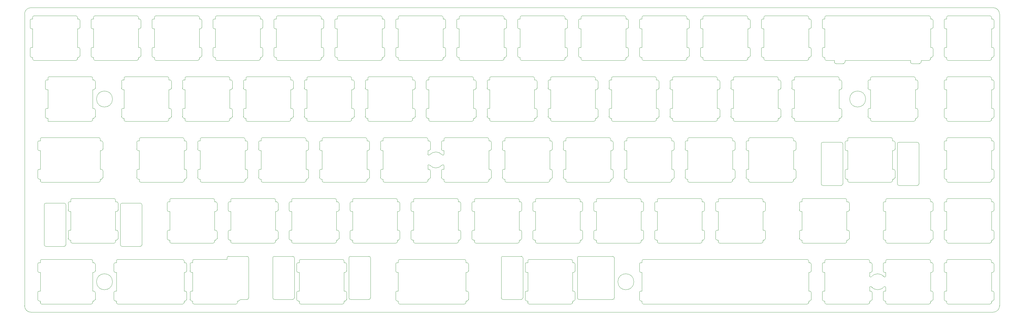
<source format=gm1>
G04 #@! TF.FileFunction,Profile,NP*
%FSLAX46Y46*%
G04 Gerber Fmt 4.6, Leading zero omitted, Abs format (unit mm)*
G04 Created by KiCad (PCBNEW 4.0.7) date 04/19/18 16:53:26*
%MOMM*%
%LPD*%
G01*
G04 APERTURE LIST*
%ADD10C,0.100000*%
G04 APERTURE END LIST*
D10*
X173650000Y-79496000D02*
X173650000Y-78995700D01*
X250150000Y-88395400D02*
G75*
G02X250650000Y-88895400I0J-500000D01*
G01*
X235049000Y-79996000D02*
G75*
G02X235549000Y-79496000I500000J0D01*
G01*
X276844000Y-90996000D02*
X276844000Y-88895400D01*
X276043000Y-82595200D02*
X276344000Y-82595200D01*
X140600000Y-79496000D02*
X140299000Y-79496000D01*
X140600000Y-78995700D02*
G75*
G02X141100000Y-78495700I500000J0D01*
G01*
X235049000Y-88895400D02*
X235049000Y-90996000D01*
X276844000Y-82095200D02*
G75*
G02X276344000Y-82595200I-500000J0D01*
G01*
X250650000Y-90996000D02*
G75*
G02X250150000Y-91496000I-500000J0D01*
G01*
X276844000Y-82095200D02*
X276844000Y-79996000D01*
X276344000Y-79496000D02*
G75*
G02X276844000Y-79996000I0J-500000D01*
G01*
X275543000Y-78495700D02*
G75*
G02X276043000Y-78995700I0J-500000D01*
G01*
X249850000Y-79496000D02*
X249850000Y-78995700D01*
X236350000Y-92495000D02*
X249350000Y-92495000D01*
X250650000Y-90996000D02*
X250650000Y-88895400D01*
X275543000Y-78495700D02*
X262544000Y-78495700D01*
X249850000Y-91496000D02*
X250150000Y-91496000D01*
X140299000Y-82595200D02*
X140600000Y-82595200D01*
X250150000Y-88395400D02*
X249850000Y-88395400D01*
X235049000Y-79996000D02*
X235049000Y-82095200D01*
X249850000Y-91995000D02*
G75*
G02X249350000Y-92495000I-500000J0D01*
G01*
X235850000Y-79496000D02*
X235549000Y-79496000D01*
X276344000Y-88395400D02*
G75*
G02X276844000Y-88895400I0J-500000D01*
G01*
X139799000Y-79996000D02*
G75*
G02X140299000Y-79496000I500000J0D01*
G01*
X235549000Y-82595200D02*
G75*
G02X235049000Y-82095200I0J500000D01*
G01*
X276043000Y-79496000D02*
X276043000Y-78995700D01*
X261243000Y-79996000D02*
G75*
G02X261743000Y-79496000I500000J0D01*
G01*
X140600000Y-82595200D02*
X140600000Y-88395400D01*
X250650000Y-82095200D02*
G75*
G02X250150000Y-82595200I-500000J0D01*
G01*
X249850000Y-91995000D02*
X249850000Y-91496000D01*
X235549000Y-91496000D02*
G75*
G02X235049000Y-90996000I0J500000D01*
G01*
X276344000Y-88395400D02*
X276043000Y-88395400D01*
X262044000Y-78995700D02*
G75*
G02X262544000Y-78495700I500000J0D01*
G01*
X262044000Y-78995700D02*
X262044000Y-79496000D01*
X140600000Y-78995700D02*
X140600000Y-79496000D01*
X140600000Y-88395400D02*
X140299000Y-88395400D01*
X262044000Y-79496000D02*
X261743000Y-79496000D01*
X261243000Y-79996000D02*
X261243000Y-82095200D01*
X140299000Y-82595200D02*
G75*
G02X139799000Y-82095200I0J500000D01*
G01*
X261743000Y-82595200D02*
G75*
G02X261243000Y-82095200I0J500000D01*
G01*
X261743000Y-82595200D02*
X262044000Y-82595200D01*
X235850000Y-88395400D02*
X235549000Y-88395400D01*
X249850000Y-88395400D02*
X249850000Y-82595200D01*
X249850000Y-82595200D02*
X250150000Y-82595200D01*
X250650000Y-82095200D02*
X250650000Y-79996000D01*
X250150000Y-79496000D02*
X249850000Y-79496000D01*
X276043000Y-88395400D02*
X276043000Y-82595200D01*
X276344000Y-79496000D02*
X276043000Y-79496000D01*
X262044000Y-82595200D02*
X262044000Y-88395400D01*
X235850000Y-78995700D02*
G75*
G02X236350000Y-78495700I500000J0D01*
G01*
X249350000Y-78495700D02*
G75*
G02X249850000Y-78995700I0J-500000D01*
G01*
X262044000Y-88395400D02*
X261743000Y-88395400D01*
X235549000Y-91496000D02*
X235850000Y-91496000D01*
X235850000Y-91496000D02*
X235850000Y-91995000D01*
X235549000Y-82595200D02*
X235850000Y-82595200D01*
X249350000Y-78495700D02*
X236350000Y-78495700D01*
X250150000Y-79496000D02*
G75*
G02X250650000Y-79996000I0J-500000D01*
G01*
X235850000Y-78995700D02*
X235850000Y-79496000D01*
X276844000Y-90996000D02*
G75*
G02X276344000Y-91496000I-500000J0D01*
G01*
X236350000Y-92495000D02*
G75*
G02X235850000Y-91995000I0J500000D01*
G01*
X235850000Y-82595200D02*
X235850000Y-88395400D01*
X235049000Y-88895400D02*
G75*
G02X235549000Y-88395400I500000J0D01*
G01*
X139799000Y-79996000D02*
X139799000Y-82095200D01*
X192344000Y-110076050D02*
G75*
G02X191844000Y-109576050I0J500000D01*
G01*
X169175000Y-59945700D02*
G75*
G02X169675000Y-59445700I500000J0D01*
G01*
X168874000Y-63545300D02*
G75*
G02X168374000Y-63045300I0J500000D01*
G01*
X168874000Y-72445900D02*
X169175000Y-72445900D01*
X168374000Y-69845400D02*
G75*
G02X168874000Y-69345400I500000J0D01*
G01*
X191844000Y-97075400D02*
G75*
G02X192344000Y-96575400I500000J0D01*
G01*
X169175000Y-72445900D02*
X169175000Y-72945000D01*
X264938000Y-110045950D02*
X264938000Y-107945350D01*
X169675000Y-73445000D02*
G75*
G02X169175000Y-72945000I0J500000D01*
G01*
X169675000Y-73445000D02*
X182675000Y-73445000D01*
X183175000Y-69345400D02*
X183175000Y-63545300D01*
X182675000Y-59445700D02*
X169675000Y-59445700D01*
X183975000Y-71945900D02*
X183975000Y-69845400D01*
X201637000Y-96574000D02*
X202863000Y-96574000D01*
X183175000Y-72945000D02*
X183175000Y-72445900D01*
X183975000Y-63045300D02*
G75*
G02X183475000Y-63545300I-500000J0D01*
G01*
X183975000Y-63045300D02*
X183975000Y-60945800D01*
X183475000Y-60445800D02*
G75*
G02X183975000Y-60945800I0J-500000D01*
G01*
X169175000Y-63545300D02*
X169175000Y-69345400D01*
X183475000Y-60445800D02*
X183175000Y-60445800D01*
X264938000Y-110045950D02*
G75*
G02X264438000Y-110545950I-500000J0D01*
G01*
X169175000Y-69345400D02*
X168874000Y-69345400D01*
X169175000Y-60445800D02*
X168874000Y-60445800D01*
X168374000Y-60945800D02*
X168374000Y-63045300D01*
X182675000Y-59445700D02*
G75*
G02X183175000Y-59945700I0J-500000D01*
G01*
X168374000Y-60945800D02*
G75*
G02X168874000Y-60445800I500000J0D01*
G01*
X203363000Y-97074000D02*
X203363000Y-97774300D01*
X203363000Y-109576050D02*
X203363000Y-106844540D01*
X168874000Y-63545300D02*
X169175000Y-63545300D01*
X130774000Y-72445900D02*
G75*
G02X130274000Y-71945900I0J500000D01*
G01*
X130774000Y-72445900D02*
X131075000Y-72445900D01*
X183175000Y-72945000D02*
G75*
G02X182675000Y-73445000I-500000J0D01*
G01*
X183175000Y-60445800D02*
X183175000Y-59945700D01*
X131075000Y-72445900D02*
X131075000Y-72945000D01*
X145075000Y-72945000D02*
G75*
G02X144575000Y-73445000I-500000J0D01*
G01*
X145075000Y-72945000D02*
X145075000Y-72445900D01*
X145375000Y-69345400D02*
G75*
G02X145875000Y-69845400I0J-500000D01*
G01*
X183175000Y-72445900D02*
X183475000Y-72445900D01*
X203363000Y-109576050D02*
G75*
G02X202863000Y-110076050I-500000J0D01*
G01*
X193569000Y-96575400D02*
X192344000Y-96575400D01*
X191844000Y-106844540D02*
X191844000Y-109576050D01*
X183975000Y-71945900D02*
G75*
G02X183475000Y-72445900I-500000J0D01*
G01*
X183475000Y-69345400D02*
G75*
G02X183975000Y-69845400I0J-500000D01*
G01*
X130274000Y-69845400D02*
X130274000Y-71945900D01*
X145375000Y-69345400D02*
X145075000Y-69345400D01*
X264137000Y-110545950D02*
X264438000Y-110545950D01*
X192344000Y-110076050D02*
X202863000Y-110076050D01*
X264438000Y-107445350D02*
G75*
G02X264938000Y-107945350I0J-500000D01*
G01*
X145875000Y-71945900D02*
G75*
G02X145375000Y-72445900I-500000J0D01*
G01*
X145875000Y-71945900D02*
X145875000Y-69845400D01*
X183475000Y-69345400D02*
X183175000Y-69345400D01*
X131575000Y-73445000D02*
X144575000Y-73445000D01*
X130274000Y-69845400D02*
G75*
G02X130774000Y-69345400I500000J0D01*
G01*
X145075000Y-69345400D02*
X145075000Y-68245350D01*
X145075000Y-68245350D02*
G75*
G02X145375000Y-67945350I300000J0D01*
G01*
X183175000Y-63545300D02*
X183475000Y-63545300D01*
X202863000Y-96574000D02*
G75*
G02X203363000Y-97074000I0J-500000D01*
G01*
X145075000Y-72445900D02*
X145375000Y-72445900D01*
X191844000Y-97075400D02*
X191844000Y-97775700D01*
X169175000Y-59945700D02*
X169175000Y-60445800D01*
X131575000Y-73445000D02*
G75*
G02X131075000Y-72945000I0J500000D01*
G01*
X145375000Y-67945350D02*
X145363932Y-67945350D01*
X168374000Y-69845400D02*
X168374000Y-71945900D01*
X168874000Y-72445900D02*
G75*
G02X168374000Y-71945900I0J500000D01*
G01*
X150125000Y-72445900D02*
X150125000Y-72945000D01*
X149824000Y-72445900D02*
X150125000Y-72445900D01*
X144575000Y-59445700D02*
X131575000Y-59445700D01*
X131075000Y-59945700D02*
G75*
G02X131575000Y-59445700I500000J0D01*
G01*
X131075000Y-59945700D02*
X131075000Y-60445800D01*
X131075000Y-60445800D02*
X130774000Y-60445800D01*
X164125000Y-72945000D02*
G75*
G02X163625000Y-73445000I-500000J0D01*
G01*
X149836068Y-67945350D02*
X149825000Y-67945350D01*
X130274000Y-60945800D02*
G75*
G02X130774000Y-60445800I500000J0D01*
G01*
X130274000Y-60945800D02*
X130274000Y-63045300D01*
X164425000Y-60445800D02*
G75*
G02X164925000Y-60945800I0J-500000D01*
G01*
X131075000Y-69345400D02*
X130774000Y-69345400D01*
X130774000Y-63545300D02*
G75*
G02X130274000Y-63045300I0J500000D01*
G01*
X130774000Y-63545300D02*
X131075000Y-63545300D01*
X131075000Y-63545300D02*
X131075000Y-69345400D01*
X150625000Y-73445000D02*
G75*
G02X150125000Y-72945000I0J500000D01*
G01*
X164125000Y-63545300D02*
X164425000Y-63545300D01*
X164925000Y-63045300D02*
X164925000Y-60945800D01*
X149324000Y-69845400D02*
G75*
G02X149824000Y-69345400I500000J0D01*
G01*
X163625000Y-59445700D02*
G75*
G02X164125000Y-59945700I0J-500000D01*
G01*
X149463390Y-68112017D02*
G75*
G02X149836068Y-67945350I372678J-333333D01*
G01*
X163625000Y-59445700D02*
X150625000Y-59445700D01*
X149324000Y-60945800D02*
G75*
G02X149824000Y-60445800I500000J0D01*
G01*
X149324000Y-60945800D02*
X149324000Y-63045300D01*
X149324000Y-69845400D02*
X149324000Y-71945900D01*
X150125000Y-69345400D02*
X149824000Y-69345400D01*
X149825000Y-64945350D02*
X149836068Y-64945350D01*
X149836068Y-64945350D02*
G75*
G02X149463390Y-64778683I0J500000D01*
G01*
X145736610Y-64778683D02*
G75*
G02X145363932Y-64945350I-372678J333333D01*
G01*
X164925000Y-71945900D02*
G75*
G02X164425000Y-72445900I-500000J0D01*
G01*
X164125000Y-60445800D02*
X164125000Y-59945700D01*
X149824000Y-72445900D02*
G75*
G02X149324000Y-71945900I0J500000D01*
G01*
X164425000Y-60445800D02*
X164125000Y-60445800D01*
X149824000Y-63545300D02*
X150125000Y-63545300D01*
X145375000Y-64945350D02*
G75*
G02X145075000Y-64645350I0J300000D01*
G01*
X150125000Y-59945700D02*
X150125000Y-60445800D01*
X150125000Y-68245350D02*
X150125000Y-69345400D01*
X145363932Y-64945350D02*
X145375000Y-64945350D01*
X150625000Y-73445000D02*
X163625000Y-73445000D01*
X164425000Y-69345400D02*
G75*
G02X164925000Y-69845400I0J-500000D01*
G01*
X150125000Y-60445800D02*
X149824000Y-60445800D01*
X149824000Y-63545300D02*
G75*
G02X149324000Y-63045300I0J500000D01*
G01*
X150125000Y-63545300D02*
X150125000Y-64645350D01*
X164125000Y-72945000D02*
X164125000Y-72445900D01*
X149463390Y-68112016D02*
G75*
G02X145736610Y-68112017I-1863390J1666666D01*
G01*
X150125000Y-64645350D02*
G75*
G02X149825000Y-64945350I-300000J0D01*
G01*
X149825000Y-67945350D02*
G75*
G02X150125000Y-68245350I0J-300000D01*
G01*
X164925000Y-71945900D02*
X164925000Y-69845400D01*
X145736610Y-64778684D02*
G75*
G02X149463390Y-64778683I1863390J-1666666D01*
G01*
X145075000Y-64645350D02*
X145075000Y-63545300D01*
X145875000Y-63045300D02*
X145875000Y-60945800D01*
X164425000Y-69345400D02*
X164125000Y-69345400D01*
X164125000Y-69345400D02*
X164125000Y-63545300D01*
X164925000Y-63045300D02*
G75*
G02X164425000Y-63545300I-500000J0D01*
G01*
X164125000Y-72445900D02*
X164425000Y-72445900D01*
X145075000Y-63545300D02*
X145375000Y-63545300D01*
X145375000Y-60445800D02*
G75*
G02X145875000Y-60945800I0J-500000D01*
G01*
X145375000Y-60445800D02*
X145075000Y-60445800D01*
X145875000Y-63045300D02*
G75*
G02X145375000Y-63545300I-500000J0D01*
G01*
X150125000Y-59945700D02*
G75*
G02X150625000Y-59445700I500000J0D01*
G01*
X145075000Y-60445800D02*
X145075000Y-59945700D01*
X144575000Y-59445700D02*
G75*
G02X145075000Y-59945700I0J-500000D01*
G01*
X145363932Y-67945350D02*
G75*
G02X145736610Y-68112017I0J-500000D01*
G01*
X159349000Y-82595200D02*
G75*
G02X158849000Y-82095200I0J500000D01*
G01*
X196949000Y-79996000D02*
X196949000Y-82095200D01*
X159650000Y-82595200D02*
X159650000Y-88395400D01*
X159349000Y-91496000D02*
X159650000Y-91496000D01*
X173650000Y-91496000D02*
X173950000Y-91496000D01*
X197750000Y-82595200D02*
X197750000Y-88395400D01*
X160150000Y-92495000D02*
X173150000Y-92495000D01*
X173650000Y-91995000D02*
G75*
G02X173150000Y-92495000I-500000J0D01*
G01*
X174450000Y-90996000D02*
G75*
G02X173950000Y-91496000I-500000J0D01*
G01*
X173950000Y-88395400D02*
X173650000Y-88395400D01*
X212050000Y-88395400D02*
G75*
G02X212550000Y-88895400I0J-500000D01*
G01*
X173650000Y-91995000D02*
X173650000Y-91496000D01*
X198250000Y-92495000D02*
X211250000Y-92495000D01*
X212050000Y-88395400D02*
X211750000Y-88395400D01*
X211250000Y-78495700D02*
G75*
G02X211750000Y-78995700I0J-500000D01*
G01*
X158849000Y-88895400D02*
X158849000Y-90996000D01*
X211750000Y-91995000D02*
G75*
G02X211250000Y-92495000I-500000J0D01*
G01*
X174450000Y-82095200D02*
X174450000Y-79996000D01*
X212550000Y-82095200D02*
X212550000Y-79996000D01*
X211750000Y-82595200D02*
X212050000Y-82595200D01*
X196949000Y-88895400D02*
X196949000Y-90996000D01*
X173950000Y-88395400D02*
G75*
G02X174450000Y-88895400I0J-500000D01*
G01*
X211250000Y-78495700D02*
X198250000Y-78495700D01*
X211750000Y-91496000D02*
X212050000Y-91496000D01*
X173950000Y-79496000D02*
G75*
G02X174450000Y-79996000I0J-500000D01*
G01*
X173950000Y-79496000D02*
X173650000Y-79496000D01*
X197750000Y-88395400D02*
X197449000Y-88395400D01*
X197750000Y-91496000D02*
X197750000Y-91995000D01*
X212550000Y-82095200D02*
G75*
G02X212050000Y-82595200I-500000J0D01*
G01*
X212050000Y-79496000D02*
G75*
G02X212550000Y-79996000I0J-500000D01*
G01*
X198250000Y-92495000D02*
G75*
G02X197750000Y-91995000I0J500000D01*
G01*
X211750000Y-91995000D02*
X211750000Y-91496000D01*
X196949000Y-88895400D02*
G75*
G02X197449000Y-88395400I500000J0D01*
G01*
X212550000Y-90996000D02*
G75*
G02X212050000Y-91496000I-500000J0D01*
G01*
X212550000Y-90996000D02*
X212550000Y-88895400D01*
X211750000Y-88395400D02*
X211750000Y-82595200D01*
X197750000Y-78995700D02*
G75*
G02X198250000Y-78495700I500000J0D01*
G01*
X196949000Y-79996000D02*
G75*
G02X197449000Y-79496000I500000J0D01*
G01*
X197449000Y-82595200D02*
G75*
G02X196949000Y-82095200I0J500000D01*
G01*
X197449000Y-91496000D02*
G75*
G02X196949000Y-90996000I0J500000D01*
G01*
X197449000Y-91496000D02*
X197750000Y-91496000D01*
X159349000Y-82595200D02*
X159650000Y-82595200D01*
X159650000Y-88395400D02*
X159349000Y-88395400D01*
X197750000Y-78995700D02*
X197750000Y-79496000D01*
X159650000Y-91496000D02*
X159650000Y-91995000D01*
X212050000Y-79496000D02*
X211750000Y-79496000D01*
X159349000Y-91496000D02*
G75*
G02X158849000Y-90996000I0J500000D01*
G01*
X158849000Y-88895400D02*
G75*
G02X159349000Y-88395400I500000J0D01*
G01*
X197449000Y-82595200D02*
X197750000Y-82595200D01*
X211750000Y-79496000D02*
X211750000Y-78995700D01*
X160150000Y-92495000D02*
G75*
G02X159650000Y-91995000I0J500000D01*
G01*
X174450000Y-90996000D02*
X174450000Y-88895400D01*
X173650000Y-88395400D02*
X173650000Y-82595200D01*
X173650000Y-82595200D02*
X173950000Y-82595200D01*
X174450000Y-82095200D02*
G75*
G02X173950000Y-82595200I-500000J0D01*
G01*
X197750000Y-79496000D02*
X197449000Y-79496000D01*
X176319000Y-98045500D02*
X176319000Y-98546000D01*
X190318000Y-111045030D02*
X190318000Y-110545950D01*
X190318000Y-111045030D02*
G75*
G02X189818000Y-111545030I-500000J0D01*
G01*
X175518000Y-99046000D02*
X175518000Y-101145200D01*
X191119000Y-110045950D02*
X191119000Y-107945350D01*
X176018000Y-101645200D02*
X176319000Y-101645200D01*
X176319000Y-101645200D02*
X176319000Y-102244600D01*
X176319000Y-106844540D02*
X176319000Y-107445350D01*
X176319000Y-107445350D02*
X176018000Y-107445350D01*
X175518000Y-107945350D02*
G75*
G02X176018000Y-107445350I500000J0D01*
G01*
X176319000Y-110545950D02*
X176319000Y-111045030D01*
X125431000Y-96575400D02*
X122130000Y-96575400D01*
X156981000Y-106844540D02*
X156981000Y-102244600D01*
X191119000Y-101145200D02*
G75*
G02X190619000Y-101645200I-500000J0D01*
G01*
X190318000Y-110545950D02*
X190619000Y-110545950D01*
X176319000Y-98546000D02*
X176018000Y-98546000D01*
X127156000Y-109576050D02*
G75*
G02X126656000Y-110076050I-500000J0D01*
G01*
X157280000Y-107445350D02*
X156981000Y-107445350D01*
X156981000Y-102244600D02*
X156981000Y-101645200D01*
X175518000Y-107945350D02*
X175518000Y-110045950D01*
X120407000Y-97075400D02*
X120407000Y-97775700D01*
X176018000Y-110545950D02*
G75*
G02X175518000Y-110045950I0J500000D01*
G01*
X168544000Y-110076050D02*
X174294000Y-110076050D01*
X174794000Y-109576050D02*
G75*
G02X174294000Y-110076050I-500000J0D01*
G01*
X120907000Y-110076050D02*
G75*
G02X120407000Y-109576050I0J500000D01*
G01*
X176819000Y-111545030D02*
G75*
G02X176319000Y-111045030I0J500000D01*
G01*
X127156000Y-102246000D02*
X127156000Y-97775700D01*
X190318000Y-107445350D02*
X190318000Y-106844540D01*
X176319000Y-98045500D02*
G75*
G02X176819000Y-97545500I500000J0D01*
G01*
X120407000Y-97775700D02*
X120407000Y-102246000D01*
X176319000Y-102244600D02*
X176319000Y-106844540D01*
X176018000Y-110545950D02*
X176319000Y-110545950D01*
X176819000Y-111545030D02*
X189818000Y-111545030D01*
X174794000Y-109576050D02*
X174794000Y-106844540D01*
X190619000Y-98546000D02*
X190318000Y-98546000D01*
X174794000Y-106844540D02*
X174794000Y-102244600D01*
X174794000Y-102244600D02*
X174794000Y-97775700D01*
X191119000Y-110045950D02*
G75*
G02X190619000Y-110545950I-500000J0D01*
G01*
X157780000Y-110045950D02*
X157780000Y-107945350D01*
X120407000Y-106845910D02*
X120407000Y-109576050D01*
X190318000Y-102244600D02*
X190318000Y-101645200D01*
X127156000Y-109576050D02*
X127156000Y-106845910D01*
X127156000Y-106845910D02*
X127156000Y-102246000D01*
X127156000Y-97775700D02*
X127156000Y-97075400D01*
X126656000Y-96575400D02*
X125431000Y-96575400D01*
X190619000Y-107445350D02*
G75*
G02X191119000Y-107945350I0J-500000D01*
G01*
X190318000Y-106844540D02*
X190318000Y-102244600D01*
X156981000Y-107445350D02*
X156981000Y-106844540D01*
X190619000Y-98546000D02*
G75*
G02X191119000Y-99046000I0J-500000D01*
G01*
X189818000Y-97545500D02*
X176819000Y-97545500D01*
X156981000Y-101645200D02*
X157280000Y-101645200D01*
X120907000Y-110076050D02*
X126656000Y-110076050D01*
X122130000Y-96575400D02*
X120907000Y-96575400D01*
X190619000Y-107445350D02*
X190318000Y-107445350D01*
X175518000Y-99046000D02*
G75*
G02X176018000Y-98546000I500000J0D01*
G01*
X120407000Y-97075400D02*
G75*
G02X120907000Y-96575400I500000J0D01*
G01*
X126656000Y-96575400D02*
G75*
G02X127156000Y-97075400I0J-500000D01*
G01*
X176018000Y-101645200D02*
G75*
G02X175518000Y-101145200I0J500000D01*
G01*
X190318000Y-101645200D02*
X190619000Y-101645200D01*
X120407000Y-102246000D02*
X120407000Y-106845910D01*
X191119000Y-101145200D02*
X191119000Y-99046000D01*
X190318000Y-98546000D02*
X190318000Y-98045500D01*
X157280000Y-107445350D02*
G75*
G02X157780000Y-107945350I0J-500000D01*
G01*
X189818000Y-97545500D02*
G75*
G02X190318000Y-98045500I0J-500000D01*
G01*
X104080700Y-99046000D02*
X104080700Y-101145200D01*
X104580700Y-110545950D02*
X104881500Y-110545950D01*
X119680000Y-110045950D02*
X119680000Y-107945350D01*
X119180000Y-98546000D02*
X118880800Y-98546000D01*
X157780000Y-101145200D02*
X157780000Y-99046000D01*
X118880800Y-102246000D02*
X118880800Y-101645200D01*
X104080700Y-107945350D02*
X104080700Y-110045950D01*
X119180000Y-98546000D02*
G75*
G02X119680000Y-99046000I0J-500000D01*
G01*
X135037000Y-107945350D02*
G75*
G02X135537000Y-107445350I500000J0D01*
G01*
X135037000Y-107945350D02*
X135037000Y-110045950D01*
X104881500Y-98045500D02*
X104881500Y-98546000D01*
X104580700Y-101645200D02*
X104881500Y-101645200D01*
X104881500Y-98546000D02*
X104580700Y-98546000D01*
X118880800Y-110545950D02*
X119180000Y-110545950D01*
X119680000Y-110045950D02*
G75*
G02X119180000Y-110545950I-500000J0D01*
G01*
X157780000Y-101145200D02*
G75*
G02X157280000Y-101645200I-500000J0D01*
G01*
X135836000Y-98546000D02*
X135537000Y-98546000D01*
X135037000Y-99046000D02*
X135037000Y-101145200D01*
X156481000Y-97545500D02*
X136336000Y-97545500D01*
X104580700Y-101645200D02*
G75*
G02X104080700Y-101145200I0J500000D01*
G01*
X119680000Y-101145200D02*
G75*
G02X119180000Y-101645200I-500000J0D01*
G01*
X104881500Y-107445350D02*
X104580700Y-107445350D01*
X119680000Y-101145200D02*
X119680000Y-99046000D01*
X157280000Y-98546000D02*
X156981000Y-98546000D01*
X119180000Y-107445350D02*
X118880800Y-107445350D01*
X104881500Y-98045500D02*
G75*
G02X105381500Y-97545500I500000J0D01*
G01*
X104881500Y-102246000D02*
X104881500Y-106845910D01*
X104080700Y-107945350D02*
G75*
G02X104580700Y-107445350I500000J0D01*
G01*
X118880800Y-107445350D02*
X118880800Y-106845910D01*
X118880800Y-106845910D02*
X118880800Y-102246000D01*
X118880800Y-101645200D02*
X119180000Y-101645200D01*
X135537000Y-101645200D02*
G75*
G02X135037000Y-101145200I0J500000D01*
G01*
X135537000Y-101645200D02*
X135836000Y-101645200D01*
X135836000Y-101645200D02*
X135836000Y-102246000D01*
X118880800Y-111045030D02*
X118880800Y-110545950D01*
X135836000Y-106845910D02*
X135836000Y-107445350D01*
X135537000Y-110545950D02*
G75*
G02X135037000Y-110045950I0J500000D01*
G01*
X104881500Y-106845910D02*
X104881500Y-107445350D01*
X104580700Y-110545950D02*
G75*
G02X104080700Y-110045950I0J500000D01*
G01*
X157280000Y-98546000D02*
G75*
G02X157780000Y-99046000I0J-500000D01*
G01*
X135836000Y-102246000D02*
X135836000Y-106845910D01*
X105381500Y-111545030D02*
X118380800Y-111545030D01*
X135537000Y-110545950D02*
X135836000Y-110545950D01*
X135836000Y-110545950D02*
X135836000Y-111045030D01*
X156981000Y-98546000D02*
X156981000Y-98045500D01*
X135836000Y-98045500D02*
G75*
G02X136336000Y-97545500I500000J0D01*
G01*
X136336000Y-111545030D02*
G75*
G02X135836000Y-111045030I0J500000D01*
G01*
X156481000Y-97545500D02*
G75*
G02X156981000Y-98045500I0J-500000D01*
G01*
X136336000Y-111545030D02*
X156481000Y-111545030D01*
X156981000Y-111045030D02*
G75*
G02X156481000Y-111545030I-500000J0D01*
G01*
X118880800Y-111045030D02*
G75*
G02X118380800Y-111545030I-500000J0D01*
G01*
X156981000Y-111045030D02*
X156981000Y-110545950D01*
X104881500Y-101645200D02*
X104881500Y-102246000D01*
X104881500Y-110545950D02*
X104881500Y-111045030D01*
X135836000Y-107445350D02*
X135537000Y-107445350D01*
X156981000Y-110545950D02*
X157280000Y-110545950D01*
X157780000Y-110045950D02*
G75*
G02X157280000Y-110545950I-500000J0D01*
G01*
X135836000Y-98045500D02*
X135836000Y-98546000D01*
X104080700Y-99046000D02*
G75*
G02X104580700Y-98546000I500000J0D01*
G01*
X105381500Y-111545030D02*
G75*
G02X104881500Y-111045030I0J500000D01*
G01*
X119180000Y-107445350D02*
G75*
G02X119680000Y-107945350I0J-500000D01*
G01*
X118380800Y-97545500D02*
X105381500Y-97545500D01*
X135037000Y-99046000D02*
G75*
G02X135537000Y-98546000I500000J0D01*
G01*
X71243200Y-110545950D02*
X71544000Y-110545950D01*
X103356100Y-109576050D02*
X103356100Y-106845910D01*
X71544000Y-110545950D02*
X71544000Y-111045030D01*
X96606400Y-97775700D02*
X96606400Y-102246000D01*
X96606400Y-106845910D02*
X96606400Y-109576050D01*
X72044000Y-111545030D02*
G75*
G02X71544000Y-111045030I0J500000D01*
G01*
X85543300Y-111045030D02*
X85543300Y-110545950D01*
X85543300Y-110545950D02*
X85844100Y-110545950D01*
X86299550Y-110252263D02*
G75*
G02X85844100Y-110545950I-455450J206313D01*
G01*
X98330000Y-96575400D02*
X97106400Y-96575400D01*
X86299551Y-110252263D02*
G75*
G02X86572821Y-110076050I273270J-123787D01*
G01*
X86572821Y-110076050D02*
X88561500Y-110076050D01*
X96606400Y-97075400D02*
X96606400Y-97775700D01*
X40600300Y-98546000D02*
X40299700Y-98546000D01*
X102856100Y-96575400D02*
X101630600Y-96575400D01*
X89061500Y-109576050D02*
X89061500Y-106845910D01*
X96606400Y-97075400D02*
G75*
G02X97106400Y-96575400I500000J0D01*
G01*
X82312200Y-97545500D02*
X72044000Y-97545500D01*
X88561500Y-96575400D02*
G75*
G02X89061500Y-97075400I0J-500000D01*
G01*
X71544000Y-98045500D02*
G75*
G02X72044000Y-97545500I500000J0D01*
G01*
X71544000Y-107445350D02*
X71243200Y-107445350D01*
X88561500Y-96575400D02*
X87336100Y-96575400D01*
X85543300Y-111045030D02*
G75*
G02X85043300Y-111545030I-500000J0D01*
G01*
X89061500Y-109576050D02*
G75*
G02X88561500Y-110076050I-500000J0D01*
G01*
X71544000Y-98546000D02*
X71243200Y-98546000D01*
X70743200Y-99046000D02*
X70743200Y-101145200D01*
X118880800Y-98546000D02*
X118880800Y-98045500D01*
X40299700Y-101645200D02*
X40600300Y-101645200D01*
X84037200Y-96575400D02*
X82812200Y-96575400D01*
X70743200Y-107945350D02*
G75*
G02X71243200Y-107445350I500000J0D01*
G01*
X72044000Y-111545030D02*
X85043300Y-111545030D01*
X102856100Y-96575400D02*
G75*
G02X103356100Y-97075400I0J-500000D01*
G01*
X96606400Y-102246000D02*
X96606400Y-106845910D01*
X118380800Y-97545500D02*
G75*
G02X118880800Y-98045500I0J-500000D01*
G01*
X39799700Y-97545500D02*
X24418910Y-97545500D01*
X89061500Y-102246000D02*
X89061500Y-97775700D01*
X70743200Y-99046000D02*
G75*
G02X71243200Y-98546000I500000J0D01*
G01*
X39799700Y-97545500D02*
G75*
G02X40299700Y-98045500I0J-500000D01*
G01*
X41100300Y-101145200D02*
X41100300Y-99046000D01*
X101630600Y-96575400D02*
X98330000Y-96575400D01*
X89061500Y-97775700D02*
X89061500Y-97075400D01*
X87336100Y-96575400D02*
X84037200Y-96575400D01*
X40600300Y-107445350D02*
X40299700Y-107445350D01*
X103356100Y-97775700D02*
X103356100Y-97075400D01*
X103356100Y-102246000D02*
X103356100Y-97775700D01*
X82312200Y-97075400D02*
G75*
G02X82812200Y-96575400I500000J0D01*
G01*
X41100300Y-101145200D02*
G75*
G02X40600300Y-101645200I-500000J0D01*
G01*
X97106400Y-110076050D02*
G75*
G02X96606400Y-109576050I0J500000D01*
G01*
X82312200Y-97075400D02*
X82312200Y-97545500D01*
X71544000Y-98045500D02*
X71544000Y-98546000D01*
X103356100Y-106845910D02*
X103356100Y-102246000D01*
X71243200Y-101645200D02*
G75*
G02X70743200Y-101145200I0J500000D01*
G01*
X97106400Y-110076050D02*
X102856100Y-110076050D01*
X40299700Y-107445350D02*
X40299700Y-101645200D01*
X71243200Y-101645200D02*
X71544000Y-101645200D01*
X70743200Y-107945350D02*
X70743200Y-110045950D01*
X103356100Y-109576050D02*
G75*
G02X102856100Y-110076050I-500000J0D01*
G01*
X71544000Y-101645200D02*
X71544000Y-107445350D01*
X40600300Y-98546000D02*
G75*
G02X41100300Y-99046000I0J-500000D01*
G01*
X40299700Y-98546000D02*
X40299700Y-98045500D01*
X23918910Y-98045500D02*
X23918910Y-98546000D01*
X23918910Y-98045500D02*
G75*
G02X24418910Y-97545500I500000J0D01*
G01*
X89061500Y-106845910D02*
X89061500Y-102246000D01*
X71243200Y-110545950D02*
G75*
G02X70743200Y-110045950I0J500000D01*
G01*
X288238000Y-82595200D02*
X288238000Y-88395400D01*
X68874500Y-111045030D02*
G75*
G02X68374500Y-111545030I-500000J0D01*
G01*
X69175300Y-98546000D02*
X68874500Y-98546000D01*
X287938000Y-82595200D02*
G75*
G02X287438000Y-82095200I0J500000D01*
G01*
X47731400Y-98546000D02*
X47430800Y-98546000D01*
X46930800Y-107945350D02*
X46930800Y-110045950D01*
X287938000Y-82595200D02*
X288238000Y-82595200D01*
X47430800Y-110545950D02*
X47731400Y-110545950D01*
X47731400Y-98045500D02*
G75*
G02X48231400Y-97545500I500000J0D01*
G01*
X48231400Y-111545030D02*
G75*
G02X47731400Y-111045030I0J500000D01*
G01*
X47731400Y-101645200D02*
X47731400Y-107445350D01*
X287938000Y-91496000D02*
X288238000Y-91496000D01*
X69675300Y-101145200D02*
X69675300Y-99046000D01*
X69675300Y-110045950D02*
G75*
G02X69175300Y-110545950I-500000J0D01*
G01*
X23118280Y-99046000D02*
X23118280Y-101145200D01*
X287438000Y-88895400D02*
G75*
G02X287938000Y-88395400I500000J0D01*
G01*
X23918910Y-101645200D02*
X23918910Y-107445350D01*
X23918910Y-107445350D02*
X23618280Y-107445350D01*
X68874500Y-111045030D02*
X68874500Y-110545950D01*
X69675300Y-110045950D02*
X69675300Y-107945350D01*
X23618280Y-110545950D02*
G75*
G02X23118280Y-110045950I0J500000D01*
G01*
X40299700Y-110545950D02*
X40600300Y-110545950D01*
X46930800Y-99046000D02*
X46930800Y-101145200D01*
X69175300Y-107445350D02*
X68874500Y-107445350D01*
X68374500Y-97545500D02*
X48231400Y-97545500D01*
X47731400Y-110545950D02*
X47731400Y-111045030D01*
X40299700Y-111045030D02*
X40299700Y-110545950D01*
X47731400Y-98045500D02*
X47731400Y-98546000D01*
X23118280Y-107945350D02*
X23118280Y-110045950D01*
X41100300Y-110045950D02*
G75*
G02X40600300Y-110545950I-500000J0D01*
G01*
X47430800Y-110545950D02*
G75*
G02X46930800Y-110045950I0J500000D01*
G01*
X41100300Y-110045950D02*
X41100300Y-107945350D01*
X288238000Y-88395400D02*
X287938000Y-88395400D01*
X47430800Y-101645200D02*
G75*
G02X46930800Y-101145200I0J500000D01*
G01*
X68874500Y-101645200D02*
X69175300Y-101645200D01*
X69675300Y-101145200D02*
G75*
G02X69175300Y-101645200I-500000J0D01*
G01*
X40600300Y-107445350D02*
G75*
G02X41100300Y-107945350I0J-500000D01*
G01*
X287438000Y-88895400D02*
X287438000Y-90996000D01*
X288238000Y-91496000D02*
X288238000Y-91995000D01*
X48231400Y-111545030D02*
X68374500Y-111545030D01*
X287938000Y-91496000D02*
G75*
G02X287438000Y-90996000I0J500000D01*
G01*
X47430800Y-101645200D02*
X47731400Y-101645200D01*
X23918910Y-98546000D02*
X23618280Y-98546000D01*
X68874500Y-107445350D02*
X68874500Y-101645200D01*
X68374500Y-97545500D02*
G75*
G02X68874500Y-98045500I0J-500000D01*
G01*
X46930800Y-99046000D02*
G75*
G02X47430800Y-98546000I500000J0D01*
G01*
X23918910Y-110545950D02*
X23918910Y-111045030D01*
X23618280Y-101645200D02*
X23918910Y-101645200D01*
X68874500Y-110545950D02*
X69175300Y-110545950D01*
X46930800Y-107945350D02*
G75*
G02X47430800Y-107445350I500000J0D01*
G01*
X288738000Y-92495000D02*
G75*
G02X288238000Y-91995000I0J500000D01*
G01*
X69175300Y-107445350D02*
G75*
G02X69675300Y-107945350I0J-500000D01*
G01*
X68874500Y-98546000D02*
X68874500Y-98045500D01*
X69175300Y-98546000D02*
G75*
G02X69675300Y-99046000I0J-500000D01*
G01*
X47731400Y-107445350D02*
X47430800Y-107445350D01*
X23118280Y-99046000D02*
G75*
G02X23618280Y-98546000I500000J0D01*
G01*
X23618280Y-101645200D02*
G75*
G02X23118280Y-101145200I0J500000D01*
G01*
X23618280Y-110545950D02*
X23918910Y-110545950D01*
X24418910Y-111545030D02*
G75*
G02X23918910Y-111045030I0J500000D01*
G01*
X23118280Y-107945350D02*
G75*
G02X23618280Y-107445350I500000J0D01*
G01*
X24418910Y-111545030D02*
X39799700Y-111545030D01*
X40299700Y-111045030D02*
G75*
G02X39799700Y-111545030I-500000J0D01*
G01*
X287438000Y-79996000D02*
X287438000Y-82095200D01*
X268888000Y-101645200D02*
X269188000Y-101645200D01*
X245375000Y-97545500D02*
X245087000Y-97545500D01*
X263637000Y-97545500D02*
G75*
G02X264137000Y-98045500I0J-500000D01*
G01*
X211238000Y-99046000D02*
G75*
G02X211738000Y-98546000I500000J0D01*
G01*
X211738000Y-101645200D02*
G75*
G02X211238000Y-101145200I0J500000D01*
G01*
X264438000Y-107445350D02*
X264137000Y-107445350D01*
X264438000Y-98546000D02*
X264137000Y-98546000D01*
X212038000Y-101645200D02*
X212038000Y-107445350D01*
X211238000Y-107945350D02*
G75*
G02X211738000Y-107445350I500000J0D01*
G01*
X211238000Y-107945350D02*
X211238000Y-110045950D01*
X211738000Y-110545950D02*
G75*
G02X211238000Y-110045950I0J500000D01*
G01*
X269188000Y-98045500D02*
G75*
G02X269688000Y-97545500I500000J0D01*
G01*
X211738000Y-110545950D02*
X212038000Y-110545950D01*
X287874761Y-103045275D02*
G75*
G02X287644965Y-102938132I0J300000D01*
G01*
X212538000Y-111545030D02*
G75*
G02X212038000Y-111045030I0J500000D01*
G01*
X212538000Y-111545030D02*
X230800000Y-111545030D01*
X283988000Y-101145200D02*
G75*
G02X283488000Y-101645200I-500000J0D01*
G01*
X269188000Y-101645200D02*
X269188000Y-107445350D01*
X212038000Y-107445350D02*
X211738000Y-107445350D01*
X245087000Y-111545030D02*
X245375000Y-111545030D01*
X283815035Y-102938132D02*
G75*
G02X287644965Y-102938132I1914965J-1607143D01*
G01*
X268888000Y-101645200D02*
G75*
G02X268388000Y-101145200I0J500000D01*
G01*
X269188000Y-107445350D02*
X268888000Y-107445350D01*
X264938000Y-101145200D02*
G75*
G02X264438000Y-101645200I-500000J0D01*
G01*
X283187000Y-102745275D02*
X283187000Y-101645200D01*
X231088000Y-111545030D02*
X245087000Y-111545030D01*
X283488000Y-98546000D02*
X283187000Y-98546000D01*
X212038000Y-110545950D02*
X212038000Y-111045030D01*
X245375000Y-111545030D02*
X263637000Y-111545030D01*
X283815035Y-102938132D02*
G75*
G02X283585239Y-103045275I-229796J192857D01*
G01*
X211738000Y-101645200D02*
X212038000Y-101645200D01*
X264137000Y-111045030D02*
G75*
G02X263637000Y-111545030I-500000J0D01*
G01*
X231088000Y-97545500D02*
X230800000Y-97545500D01*
X264137000Y-107445350D02*
X264137000Y-101645200D01*
X264438000Y-98546000D02*
G75*
G02X264938000Y-99046000I0J-500000D01*
G01*
X264137000Y-111045030D02*
X264137000Y-110545950D01*
X212038000Y-98045500D02*
G75*
G02X212538000Y-97545500I500000J0D01*
G01*
X268388000Y-107945350D02*
X268388000Y-110045950D01*
X211238000Y-99046000D02*
X211238000Y-101145200D01*
X283487000Y-103045275D02*
G75*
G02X283187000Y-102745275I0J300000D01*
G01*
X264137000Y-101645200D02*
X264438000Y-101645200D01*
X283988000Y-101145200D02*
X283988000Y-99046000D01*
X283488000Y-98546000D02*
G75*
G02X283988000Y-99046000I0J-500000D01*
G01*
X283187000Y-98546000D02*
X283187000Y-98045500D01*
X282687000Y-97545500D02*
X269688000Y-97545500D01*
X264938000Y-101145200D02*
X264938000Y-99046000D01*
X212038000Y-98045500D02*
X212038000Y-98546000D01*
X212038000Y-98546000D02*
X211738000Y-98546000D01*
X230800000Y-111545030D02*
X231088000Y-111545030D01*
X268388000Y-99046000D02*
G75*
G02X268888000Y-98546000I500000J0D01*
G01*
X283187000Y-101645200D02*
X283488000Y-101645200D01*
X269188000Y-98045500D02*
X269188000Y-98546000D01*
X230800000Y-97545500D02*
X212538000Y-97545500D01*
X288238000Y-101645200D02*
X288238000Y-102745275D01*
X288238000Y-102745275D02*
G75*
G02X287938000Y-103045275I-300000J0D01*
G01*
X269188000Y-98546000D02*
X268888000Y-98546000D01*
X282687000Y-97545500D02*
G75*
G02X283187000Y-98045500I0J-500000D01*
G01*
X268388000Y-99046000D02*
X268388000Y-101145200D01*
X268388000Y-107945350D02*
G75*
G02X268888000Y-107445350I500000J0D01*
G01*
X283585239Y-103045275D02*
X283487000Y-103045275D01*
X287938000Y-103045275D02*
X287874761Y-103045275D01*
X264137000Y-98546000D02*
X264137000Y-98045500D01*
X263637000Y-97545500D02*
X245375000Y-97545500D01*
X245087000Y-97545500D02*
X231088000Y-97545500D01*
X288238000Y-110545950D02*
X288238000Y-111045030D01*
X268888000Y-110545950D02*
G75*
G02X268388000Y-110045950I0J500000D01*
G01*
X268888000Y-110545950D02*
X269188000Y-110545950D01*
X269188000Y-110545950D02*
X269188000Y-111045030D01*
X287938000Y-110545950D02*
X288238000Y-110545950D01*
X302538000Y-107445350D02*
X302237000Y-107445350D01*
X302237000Y-101645200D02*
X302538000Y-101645200D01*
X287874761Y-106045275D02*
X287938000Y-106045275D01*
X303038000Y-101145200D02*
X303038000Y-99046000D01*
X302237000Y-111045030D02*
G75*
G02X301737000Y-111545030I-500000J0D01*
G01*
X302538000Y-98546000D02*
G75*
G02X303038000Y-99046000I0J-500000D01*
G01*
X302538000Y-98546000D02*
X302237000Y-98546000D01*
X302237000Y-98546000D02*
X302237000Y-98045500D01*
X301737000Y-97545500D02*
G75*
G02X302237000Y-98045500I0J-500000D01*
G01*
X301737000Y-97545500D02*
X288738000Y-97545500D01*
X288238000Y-98045500D02*
X288238000Y-98546000D01*
X168044000Y-106844540D02*
X168044000Y-109576050D01*
X288238000Y-98546000D02*
X287938000Y-98546000D01*
X287438000Y-107945350D02*
G75*
G02X287938000Y-107445350I500000J0D01*
G01*
X288738000Y-111545030D02*
G75*
G02X288238000Y-111045030I0J500000D01*
G01*
X302237000Y-107445350D02*
X302237000Y-101645200D01*
X287438000Y-99046000D02*
G75*
G02X287938000Y-98546000I500000J0D01*
G01*
X287438000Y-99046000D02*
X287438000Y-101145200D01*
X287938000Y-101645200D02*
X288238000Y-101645200D01*
X283488000Y-107445350D02*
G75*
G02X283988000Y-107945350I0J-500000D01*
G01*
X288238000Y-107445350D02*
X287938000Y-107445350D01*
X283187000Y-111045030D02*
X283187000Y-110545950D01*
X287438000Y-107945350D02*
X287438000Y-110045950D01*
X288238000Y-98045500D02*
G75*
G02X288738000Y-97545500I500000J0D01*
G01*
X287938000Y-101645200D02*
G75*
G02X287438000Y-101145200I0J500000D01*
G01*
X168044000Y-97775700D02*
X168044000Y-102244600D01*
X283187000Y-111045030D02*
G75*
G02X282687000Y-111545030I-500000J0D01*
G01*
X283487000Y-106045275D02*
X283585239Y-106045275D01*
X287938000Y-110545950D02*
G75*
G02X287438000Y-110045950I0J500000D01*
G01*
X303038000Y-110045950D02*
G75*
G02X302538000Y-110545950I-500000J0D01*
G01*
X174294000Y-96575400D02*
G75*
G02X174794000Y-97075400I0J-500000D01*
G01*
X288238000Y-106345275D02*
X288238000Y-107445350D01*
X168044000Y-97075400D02*
G75*
G02X168544000Y-96575400I500000J0D01*
G01*
X283488000Y-107445350D02*
X283187000Y-107445350D01*
X283187000Y-106345275D02*
G75*
G02X283487000Y-106045275I300000J0D01*
G01*
X174294000Y-96575400D02*
X173068000Y-96575400D01*
X287644965Y-106152418D02*
G75*
G02X287874761Y-106045275I229796J-192857D01*
G01*
X288738000Y-111545030D02*
X301737000Y-111545030D01*
X302538000Y-107445350D02*
G75*
G02X303038000Y-107945350I0J-500000D01*
G01*
X173068000Y-96575400D02*
X169769000Y-96575400D01*
X283988000Y-110045950D02*
G75*
G02X283488000Y-110545950I-500000J0D01*
G01*
X283988000Y-110045950D02*
X283988000Y-107945350D01*
X283585239Y-106045275D02*
G75*
G02X283815035Y-106152418I0J-300000D01*
G01*
X287938000Y-106045275D02*
G75*
G02X288238000Y-106345275I0J-300000D01*
G01*
X302237000Y-111045030D02*
X302237000Y-110545950D01*
X168544000Y-110076050D02*
G75*
G02X168044000Y-109576050I0J500000D01*
G01*
X174794000Y-97775700D02*
X174794000Y-97075400D01*
X168044000Y-102244600D02*
X168044000Y-106844540D01*
X269688000Y-111545030D02*
X282687000Y-111545030D01*
X283187000Y-107445350D02*
X283187000Y-106345275D01*
X283187000Y-110545950D02*
X283488000Y-110545950D01*
X303038000Y-110045950D02*
X303038000Y-107945350D01*
X302237000Y-110545950D02*
X302538000Y-110545950D01*
X287644965Y-106152418D02*
G75*
G02X283815035Y-106152418I-1914965J1607143D01*
G01*
X269688000Y-111545030D02*
G75*
G02X269188000Y-111045030I0J500000D01*
G01*
X303038000Y-101145200D02*
G75*
G02X302538000Y-101645200I-500000J0D01*
G01*
X168044000Y-97075400D02*
X168044000Y-97775700D01*
X169769000Y-96575400D02*
X168544000Y-96575400D01*
X321588000Y-88395400D02*
G75*
G02X322088000Y-88895400I0J-500000D01*
G01*
X288738000Y-92495000D02*
X301737000Y-92495000D01*
X303038000Y-82095200D02*
G75*
G02X302538000Y-82595200I-500000J0D01*
G01*
X302538000Y-79496000D02*
X302237000Y-79496000D01*
X302237000Y-79496000D02*
X302237000Y-78995700D01*
X301737000Y-78495700D02*
G75*
G02X302237000Y-78995700I0J-500000D01*
G01*
X288238000Y-78995700D02*
X288238000Y-79496000D01*
X276043000Y-91995000D02*
X276043000Y-91496000D01*
X306988000Y-82595200D02*
G75*
G02X306488000Y-82095200I0J500000D01*
G01*
X302237000Y-88395400D02*
X302237000Y-82595200D01*
X287438000Y-79996000D02*
G75*
G02X287938000Y-79496000I500000J0D01*
G01*
X307788000Y-92495000D02*
X320787000Y-92495000D01*
X321588000Y-79496000D02*
X321287000Y-79496000D01*
X306988000Y-82595200D02*
X307288000Y-82595200D01*
X302237000Y-91995000D02*
X302237000Y-91496000D01*
X288238000Y-79496000D02*
X287938000Y-79496000D01*
X306488000Y-79996000D02*
X306488000Y-82095200D01*
X307288000Y-88395400D02*
X306988000Y-88395400D01*
X321588000Y-88395400D02*
X321287000Y-88395400D01*
X307288000Y-78995700D02*
G75*
G02X307788000Y-78495700I500000J0D01*
G01*
X307288000Y-79496000D02*
X306988000Y-79496000D01*
X322088000Y-90996000D02*
X322088000Y-88895400D01*
X302237000Y-91995000D02*
G75*
G02X301737000Y-92495000I-500000J0D01*
G01*
X321287000Y-88395400D02*
X321287000Y-82595200D01*
X261243000Y-88895400D02*
G75*
G02X261743000Y-88395400I500000J0D01*
G01*
X302538000Y-88395400D02*
G75*
G02X303038000Y-88895400I0J-500000D01*
G01*
X306988000Y-91496000D02*
G75*
G02X306488000Y-90996000I0J500000D01*
G01*
X322088000Y-82095200D02*
X322088000Y-79996000D01*
X303038000Y-90996000D02*
G75*
G02X302538000Y-91496000I-500000J0D01*
G01*
X306488000Y-79996000D02*
G75*
G02X306988000Y-79496000I500000J0D01*
G01*
X302538000Y-88395400D02*
X302237000Y-88395400D01*
X262044000Y-91496000D02*
X262044000Y-91995000D01*
X321287000Y-79496000D02*
X321287000Y-78995700D01*
X307288000Y-78995700D02*
X307288000Y-79496000D01*
X301737000Y-78495700D02*
X288738000Y-78495700D01*
X321588000Y-79496000D02*
G75*
G02X322088000Y-79996000I0J-500000D01*
G01*
X288238000Y-78995700D02*
G75*
G02X288738000Y-78495700I500000J0D01*
G01*
X261243000Y-88895400D02*
X261243000Y-90996000D01*
X322088000Y-82095200D02*
G75*
G02X321588000Y-82595200I-500000J0D01*
G01*
X261743000Y-91496000D02*
X262044000Y-91496000D01*
X276043000Y-91995000D02*
G75*
G02X275543000Y-92495000I-500000J0D01*
G01*
X306488000Y-88895400D02*
G75*
G02X306988000Y-88395400I500000J0D01*
G01*
X306488000Y-88895400D02*
X306488000Y-90996000D01*
X306988000Y-91496000D02*
X307288000Y-91496000D01*
X307788000Y-92495000D02*
G75*
G02X307288000Y-91995000I0J500000D01*
G01*
X303038000Y-90996000D02*
X303038000Y-88895400D01*
X262544000Y-92495000D02*
G75*
G02X262044000Y-91995000I0J500000D01*
G01*
X276043000Y-91496000D02*
X276344000Y-91496000D01*
X321287000Y-91496000D02*
X321588000Y-91496000D01*
X321287000Y-91995000D02*
G75*
G02X320787000Y-92495000I-500000J0D01*
G01*
X320787000Y-78495700D02*
X307788000Y-78495700D01*
X261743000Y-91496000D02*
G75*
G02X261243000Y-90996000I0J500000D01*
G01*
X302237000Y-82595200D02*
X302538000Y-82595200D01*
X321287000Y-82595200D02*
X321588000Y-82595200D01*
X321287000Y-91995000D02*
X321287000Y-91496000D01*
X307288000Y-91496000D02*
X307288000Y-91995000D01*
X322088000Y-90996000D02*
G75*
G02X321588000Y-91496000I-500000J0D01*
G01*
X320787000Y-78495700D02*
G75*
G02X321287000Y-78995700I0J-500000D01*
G01*
X262544000Y-92495000D02*
X275543000Y-92495000D01*
X302237000Y-91496000D02*
X302538000Y-91496000D01*
X303038000Y-82095200D02*
X303038000Y-79996000D01*
X302538000Y-79496000D02*
G75*
G02X303038000Y-79996000I0J-500000D01*
G01*
X307288000Y-82595200D02*
X307288000Y-88395400D01*
X139799000Y-88895400D02*
G75*
G02X140299000Y-88395400I500000J0D01*
G01*
X155400000Y-90996000D02*
G75*
G02X154900000Y-91496000I-500000J0D01*
G01*
X154600000Y-82595200D02*
X154900000Y-82595200D01*
X155400000Y-82095200D02*
X155400000Y-79996000D01*
X154900000Y-79496000D02*
G75*
G02X155400000Y-79996000I0J-500000D01*
G01*
X154900000Y-79496000D02*
X154600000Y-79496000D01*
X154100000Y-78495700D02*
G75*
G02X154600000Y-78995700I0J-500000D01*
G01*
X178700000Y-78995700D02*
G75*
G02X179200000Y-78495700I500000J0D01*
G01*
X141100000Y-92495000D02*
G75*
G02X140600000Y-91995000I0J500000D01*
G01*
X178700000Y-79496000D02*
X178399000Y-79496000D01*
X177899000Y-79996000D02*
G75*
G02X178399000Y-79496000I500000J0D01*
G01*
X155400000Y-90996000D02*
X155400000Y-88895400D01*
X154900000Y-88395400D02*
X154600000Y-88395400D01*
X154600000Y-88395400D02*
X154600000Y-82595200D01*
X155400000Y-82095200D02*
G75*
G02X154900000Y-82595200I-500000J0D01*
G01*
X177899000Y-79996000D02*
X177899000Y-82095200D01*
X140600000Y-91496000D02*
X140600000Y-91995000D01*
X154600000Y-79496000D02*
X154600000Y-78995700D01*
X154100000Y-78495700D02*
X141100000Y-78495700D01*
X178700000Y-82595200D02*
X178700000Y-88395400D01*
X141100000Y-92495000D02*
X154100000Y-92495000D01*
X140299000Y-91496000D02*
X140600000Y-91496000D01*
X178700000Y-78995700D02*
X178700000Y-79496000D01*
X178399000Y-82595200D02*
G75*
G02X177899000Y-82095200I0J500000D01*
G01*
X140299000Y-91496000D02*
G75*
G02X139799000Y-90996000I0J500000D01*
G01*
X139799000Y-88895400D02*
X139799000Y-90996000D01*
X154600000Y-91995000D02*
G75*
G02X154100000Y-92495000I-500000J0D01*
G01*
X154600000Y-91995000D02*
X154600000Y-91496000D01*
X178399000Y-82595200D02*
X178700000Y-82595200D01*
X154600000Y-91496000D02*
X154900000Y-91496000D01*
X154900000Y-88395400D02*
G75*
G02X155400000Y-88895400I0J-500000D01*
G01*
X41100300Y-43995300D02*
X41100300Y-41895800D01*
X26300160Y-41395800D02*
X25999530Y-41395800D01*
X47744000Y-79496000D02*
G75*
G02X48244000Y-79996000I0J-500000D01*
G01*
X47744000Y-79496000D02*
X47443400Y-79496000D01*
X47443400Y-79496000D02*
X47443400Y-78995700D01*
X26300160Y-44495300D02*
X26300160Y-50295400D01*
X40299700Y-44495300D02*
X40600300Y-44495300D01*
X25999530Y-53395900D02*
G75*
G02X25499530Y-52895900I0J500000D01*
G01*
X26300160Y-53395900D02*
X26300160Y-54395000D01*
X26300160Y-54395000D02*
X39799700Y-54395000D01*
X40299700Y-53895000D02*
G75*
G02X39799700Y-54395000I-500000J0D01*
G01*
X26300160Y-40895700D02*
X26300160Y-41395800D01*
X26300160Y-40895700D02*
G75*
G02X26800160Y-40395700I500000J0D01*
G01*
X47443400Y-83196000D02*
X47443400Y-82595200D01*
X40299700Y-53895000D02*
X40299700Y-53395900D01*
X40299700Y-53395900D02*
X40600300Y-53395900D01*
X41100300Y-52895900D02*
X41100300Y-50795400D01*
X196868000Y-96575400D02*
X193569000Y-96575400D01*
X25499530Y-50795400D02*
G75*
G02X25999530Y-50295400I500000J0D01*
G01*
X203363000Y-104044400D02*
X203363000Y-97774300D01*
X47443400Y-82595200D02*
X47744000Y-82595200D01*
X40600300Y-50295400D02*
X40299700Y-50295400D01*
X191844000Y-106844540D02*
X191844000Y-102244600D01*
X25499530Y-41895800D02*
X25499530Y-43995300D01*
X25999530Y-44495300D02*
X26300160Y-44495300D01*
X33143300Y-82595200D02*
G75*
G02X32643300Y-82095200I0J500000D01*
G01*
X40299700Y-50295400D02*
X40299700Y-44495300D01*
X33443900Y-78995700D02*
X33443900Y-79496000D01*
X25999530Y-44495300D02*
G75*
G02X25499530Y-43995300I0J500000D01*
G01*
X26300160Y-50295400D02*
X25999530Y-50295400D01*
X25499530Y-50795400D02*
X25499530Y-52895900D01*
X33443900Y-78995700D02*
G75*
G02X33943900Y-78495700I500000J0D01*
G01*
X47443400Y-87795900D02*
X47443400Y-83196000D01*
X39799700Y-40395700D02*
X26800160Y-40395700D01*
X64112000Y-41395800D02*
X64112000Y-40895700D01*
X63612000Y-40395700D02*
G75*
G02X64112000Y-40895700I0J-500000D01*
G01*
X41100300Y-52895900D02*
G75*
G02X40600300Y-53395900I-500000J0D01*
G01*
X41100300Y-43995300D02*
G75*
G02X40600300Y-44495300I-500000J0D01*
G01*
X48244000Y-90996000D02*
X48244000Y-88895400D01*
X48244000Y-82095200D02*
X48244000Y-79996000D01*
X33143300Y-82595200D02*
X33443900Y-82595200D01*
X40299700Y-41395800D02*
X40299700Y-40895700D01*
X63612000Y-40395700D02*
X50612700Y-40395700D01*
X50112700Y-40895700D02*
G75*
G02X50612700Y-40395700I500000J0D01*
G01*
X50112700Y-40895700D02*
X50112700Y-41395800D01*
X32643300Y-79996000D02*
G75*
G02X33143300Y-79496000I500000J0D01*
G01*
X50112700Y-41395800D02*
X49813400Y-41395800D01*
X32643300Y-79996000D02*
X32643300Y-82095200D01*
X203356000Y-110074680D02*
X203363000Y-110074680D01*
X39799700Y-40395700D02*
G75*
G02X40299700Y-40895700I0J-500000D01*
G01*
X47744000Y-88395400D02*
G75*
G02X48244000Y-88895400I0J-500000D01*
G01*
X46943400Y-78495700D02*
X33943900Y-78495700D01*
X48244000Y-82095200D02*
G75*
G02X47744000Y-82595200I-500000J0D01*
G01*
X33443900Y-82595200D02*
X33443900Y-83196000D01*
X47443400Y-88395400D02*
X47443400Y-87795900D01*
X203356000Y-110076050D02*
X203356000Y-110074680D01*
X33443900Y-79496000D02*
X33143300Y-79496000D01*
X40600300Y-41395800D02*
G75*
G02X41100300Y-41895800I0J-500000D01*
G01*
X40600300Y-41395800D02*
X40299700Y-41395800D01*
X47744000Y-88395400D02*
X47443400Y-88395400D01*
X46943400Y-78495700D02*
G75*
G02X47443400Y-78995700I0J-500000D01*
G01*
X25499530Y-41895800D02*
G75*
G02X25999530Y-41395800I500000J0D01*
G01*
X25999530Y-53395900D02*
X26300160Y-53395900D01*
X40600300Y-50295400D02*
G75*
G02X41100300Y-50795400I0J-500000D01*
G01*
X83162000Y-50295400D02*
X83162000Y-44495300D01*
X83162000Y-44495300D02*
X83462800Y-44495300D01*
X83162000Y-53895000D02*
G75*
G02X82662000Y-54395000I-500000J0D01*
G01*
X83162000Y-53895000D02*
X83162000Y-53395900D01*
X83162000Y-53395900D02*
X83462800Y-53395900D01*
X83962800Y-43995300D02*
G75*
G02X83462800Y-44495300I-500000J0D01*
G01*
X201637000Y-96574000D02*
X198337000Y-96574000D01*
X203363000Y-104044400D02*
X203363000Y-106844540D01*
X64112000Y-53895000D02*
G75*
G02X63612000Y-54395000I-500000J0D01*
G01*
X198337000Y-96574000D02*
X196868000Y-96575400D01*
X49313400Y-41895800D02*
X49313400Y-43995300D01*
X121262000Y-53395900D02*
X121563000Y-53395900D01*
X122063000Y-52895900D02*
X122063000Y-50795400D01*
X50612700Y-54395000D02*
X63612000Y-54395000D01*
X64912800Y-52895900D02*
X64912800Y-50795400D01*
X50112700Y-50295400D02*
X49813400Y-50295400D01*
X50112700Y-53395900D02*
X50112700Y-53895000D01*
X64912800Y-52895900D02*
G75*
G02X64412800Y-53395900I-500000J0D01*
G01*
X64112000Y-44495300D02*
X64412800Y-44495300D01*
X83462800Y-41395800D02*
X83162000Y-41395800D01*
X83162000Y-41395800D02*
X83162000Y-40895700D01*
X64912800Y-43995300D02*
G75*
G02X64412800Y-44495300I-500000J0D01*
G01*
X68863300Y-53395900D02*
X69162700Y-53395900D01*
X69162700Y-53395900D02*
X69162700Y-53895000D01*
X82662000Y-40395700D02*
X69662700Y-40395700D01*
X69162700Y-40895700D02*
X69162700Y-41395800D01*
X122063000Y-52895900D02*
G75*
G02X121563000Y-53395900I-500000J0D01*
G01*
X64112000Y-53395900D02*
X64412800Y-53395900D01*
X64412800Y-41395800D02*
G75*
G02X64912800Y-41895800I0J-500000D01*
G01*
X68863300Y-44495300D02*
X69162700Y-44495300D01*
X49813400Y-44495300D02*
G75*
G02X49313400Y-43995300I0J500000D01*
G01*
X49313400Y-50795400D02*
G75*
G02X49813400Y-50295400I500000J0D01*
G01*
X64112000Y-53895000D02*
X64112000Y-53395900D01*
X68863300Y-53395900D02*
G75*
G02X68363300Y-52895900I0J500000D01*
G01*
X64412800Y-50295400D02*
X64112000Y-50295400D01*
X49313400Y-41895800D02*
G75*
G02X49813400Y-41395800I500000J0D01*
G01*
X49313400Y-50795400D02*
X49313400Y-52895900D01*
X64112000Y-50295400D02*
X64112000Y-44495300D01*
X64912800Y-43995300D02*
X64912800Y-41895800D01*
X69162700Y-40895700D02*
G75*
G02X69662700Y-40395700I500000J0D01*
G01*
X64412800Y-41395800D02*
X64112000Y-41395800D01*
X83962800Y-43995300D02*
X83962800Y-41895800D01*
X83462800Y-41395800D02*
G75*
G02X83962800Y-41895800I0J-500000D01*
G01*
X82662000Y-40395700D02*
G75*
G02X83162000Y-40895700I0J-500000D01*
G01*
X69162700Y-41395800D02*
X68863300Y-41395800D01*
X69162700Y-44495300D02*
X69162700Y-50295400D01*
X69662700Y-54395000D02*
X82662000Y-54395000D01*
X50112700Y-44495300D02*
X50112700Y-50295400D01*
X68863300Y-44495300D02*
G75*
G02X68363300Y-43995300I0J500000D01*
G01*
X83462800Y-50295400D02*
G75*
G02X83962800Y-50795400I0J-500000D01*
G01*
X49813400Y-53395900D02*
G75*
G02X49313400Y-52895900I0J500000D01*
G01*
X49813400Y-53395900D02*
X50112700Y-53395900D01*
X50612700Y-54395000D02*
G75*
G02X50112700Y-53895000I0J500000D01*
G01*
X69162700Y-50295400D02*
X68863300Y-50295400D01*
X49813400Y-44495300D02*
X50112700Y-44495300D01*
X68363300Y-50795400D02*
X68363300Y-52895900D01*
X69662700Y-54395000D02*
G75*
G02X69162700Y-53895000I0J500000D01*
G01*
X83962800Y-52895900D02*
X83962800Y-50795400D01*
X64412800Y-50295400D02*
G75*
G02X64912800Y-50795400I0J-500000D01*
G01*
X68363300Y-50795400D02*
G75*
G02X68863300Y-50295400I500000J0D01*
G01*
X83962800Y-52895900D02*
G75*
G02X83462800Y-53395900I-500000J0D01*
G01*
X68363300Y-41895800D02*
G75*
G02X68863300Y-41395800I500000J0D01*
G01*
X68363300Y-41895800D02*
X68363300Y-43995300D01*
X83462800Y-50295400D02*
X83162000Y-50295400D01*
X121262000Y-41395800D02*
X121262000Y-40895700D01*
X107262700Y-40895700D02*
G75*
G02X107762700Y-40395700I500000J0D01*
G01*
X121563000Y-50295400D02*
X121262000Y-50295400D01*
X120762000Y-40395700D02*
G75*
G02X121262000Y-40895700I0J-500000D01*
G01*
X122063000Y-43995300D02*
X122063000Y-41895800D01*
X107262700Y-50295400D02*
X106963300Y-50295400D01*
X120762000Y-40395700D02*
X107762700Y-40395700D01*
X107262700Y-53395900D02*
X107262700Y-53895000D01*
X107762700Y-54395000D02*
X120762000Y-54395000D01*
X106463300Y-50795400D02*
X106463300Y-52895900D01*
X121262000Y-53895000D02*
X121262000Y-53395900D01*
X106963300Y-44495300D02*
G75*
G02X106463300Y-43995300I0J500000D01*
G01*
X106963300Y-53395900D02*
X107262700Y-53395900D01*
X87913300Y-53395900D02*
G75*
G02X87413300Y-52895900I0J500000D01*
G01*
X107262700Y-41395800D02*
X106963300Y-41395800D01*
X87413300Y-50795400D02*
G75*
G02X87913300Y-50295400I500000J0D01*
G01*
X106963300Y-53395900D02*
G75*
G02X106463300Y-52895900I0J500000D01*
G01*
X87913300Y-53395900D02*
X88212700Y-53395900D01*
X121262000Y-44495300D02*
X121563000Y-44495300D01*
X88712700Y-54395000D02*
X101712000Y-54395000D01*
X122063000Y-43995300D02*
G75*
G02X121563000Y-44495300I-500000J0D01*
G01*
X102212000Y-53895000D02*
G75*
G02X101712000Y-54395000I-500000J0D01*
G01*
X121563000Y-50295400D02*
G75*
G02X122063000Y-50795400I0J-500000D01*
G01*
X103012800Y-52895900D02*
X103012800Y-50795400D01*
X102512800Y-50295400D02*
G75*
G02X103012800Y-50795400I0J-500000D01*
G01*
X103012800Y-43995300D02*
X103012800Y-41895800D01*
X102512800Y-41395800D02*
G75*
G02X103012800Y-41895800I0J-500000D01*
G01*
X121262000Y-50295400D02*
X121262000Y-44495300D01*
X88712700Y-54395000D02*
G75*
G02X88212700Y-53895000I0J500000D01*
G01*
X102212000Y-50295400D02*
X102212000Y-44495300D01*
X88212700Y-53395900D02*
X88212700Y-53895000D01*
X107262700Y-40895700D02*
X107262700Y-41395800D01*
X107762700Y-54395000D02*
G75*
G02X107262700Y-53895000I0J500000D01*
G01*
X87913300Y-44495300D02*
G75*
G02X87413300Y-43995300I0J500000D01*
G01*
X102212000Y-53395900D02*
X102512800Y-53395900D01*
X87913300Y-44495300D02*
X88212700Y-44495300D01*
X102212000Y-41395800D02*
X102212000Y-40895700D01*
X106463300Y-41895800D02*
G75*
G02X106963300Y-41395800I500000J0D01*
G01*
X106963300Y-44495300D02*
X107262700Y-44495300D01*
X103012800Y-52895900D02*
G75*
G02X102512800Y-53395900I-500000J0D01*
G01*
X106463300Y-41895800D02*
X106463300Y-43995300D01*
X102512800Y-50295400D02*
X102212000Y-50295400D01*
X102212000Y-44495300D02*
X102512800Y-44495300D01*
X103012800Y-43995300D02*
G75*
G02X102512800Y-44495300I-500000J0D01*
G01*
X102512800Y-41395800D02*
X102212000Y-41395800D01*
X101712000Y-40395700D02*
G75*
G02X102212000Y-40895700I0J-500000D01*
G01*
X101712000Y-40395700D02*
X88712700Y-40395700D01*
X121262000Y-53895000D02*
G75*
G02X120762000Y-54395000I-500000J0D01*
G01*
X88212700Y-40895700D02*
G75*
G02X88712700Y-40395700I500000J0D01*
G01*
X88212700Y-41395800D02*
X87913300Y-41395800D01*
X107262700Y-44495300D02*
X107262700Y-50295400D01*
X88212700Y-44495300D02*
X88212700Y-50295400D01*
X88212700Y-50295400D02*
X87913300Y-50295400D01*
X87413300Y-50795400D02*
X87413300Y-52895900D01*
X87413300Y-41895800D02*
G75*
G02X87913300Y-41395800I500000J0D01*
G01*
X106463300Y-50795400D02*
G75*
G02X106963300Y-50295400I500000J0D01*
G01*
X87413300Y-41895800D02*
X87413300Y-43995300D01*
X140312000Y-50295400D02*
X140312000Y-44495300D01*
X102212000Y-53895000D02*
X102212000Y-53395900D01*
X140312000Y-44495300D02*
X140613000Y-44495300D01*
X141113000Y-43995300D02*
G75*
G02X140613000Y-44495300I-500000J0D01*
G01*
X88212700Y-40895700D02*
X88212700Y-41395800D01*
X121563000Y-41395800D02*
G75*
G02X122063000Y-41895800I0J-500000D01*
G01*
X121563000Y-41395800D02*
X121262000Y-41395800D01*
X145363000Y-40895700D02*
G75*
G02X145863000Y-40395700I500000J0D01*
G01*
X126013000Y-53395900D02*
G75*
G02X125513000Y-52895900I0J500000D01*
G01*
X126013000Y-53395900D02*
X126313000Y-53395900D01*
X126313000Y-53395900D02*
X126313000Y-53895000D01*
X144562000Y-50795400D02*
X144562000Y-52895900D01*
X145062000Y-53395900D02*
X145363000Y-53395900D01*
X145363000Y-53395900D02*
X145363000Y-53895000D01*
X145863000Y-54395000D02*
G75*
G02X145363000Y-53895000I0J500000D01*
G01*
X145863000Y-54395000D02*
X158862000Y-54395000D01*
X159362000Y-53895000D02*
G75*
G02X158862000Y-54395000I-500000J0D01*
G01*
X158862000Y-40395700D02*
G75*
G02X159362000Y-40895700I0J-500000D01*
G01*
X159362000Y-50295400D02*
X159362000Y-44495300D01*
X126313000Y-44495300D02*
X126313000Y-50295400D01*
X145062000Y-53395900D02*
G75*
G02X144562000Y-52895900I0J500000D01*
G01*
X159362000Y-53395900D02*
X159663000Y-53395900D01*
X182663000Y-41895800D02*
G75*
G02X183163000Y-41395800I500000J0D01*
G01*
X159663000Y-50295400D02*
G75*
G02X160163000Y-50795400I0J-500000D01*
G01*
X159362000Y-44495300D02*
X159663000Y-44495300D01*
X183463000Y-41395800D02*
X183163000Y-41395800D01*
X126313000Y-50295400D02*
X126013000Y-50295400D01*
X160163000Y-52895900D02*
G75*
G02X159663000Y-53395900I-500000J0D01*
G01*
X160163000Y-43995300D02*
X160163000Y-41895800D01*
X145363000Y-50295400D02*
X145062000Y-50295400D01*
X140613000Y-41395800D02*
X140312000Y-41395800D01*
X141113000Y-43995300D02*
X141113000Y-41895800D01*
X140613000Y-50295400D02*
G75*
G02X141113000Y-50795400I0J-500000D01*
G01*
X140312000Y-53895000D02*
X140312000Y-53395900D01*
X126313000Y-40895700D02*
X126313000Y-41395800D01*
X144562000Y-41895800D02*
G75*
G02X145062000Y-41395800I500000J0D01*
G01*
X159362000Y-53895000D02*
X159362000Y-53395900D01*
X140312000Y-53895000D02*
G75*
G02X139812000Y-54395000I-500000J0D01*
G01*
X126013000Y-44495300D02*
X126313000Y-44495300D01*
X159663000Y-41395800D02*
X159362000Y-41395800D01*
X140613000Y-41395800D02*
G75*
G02X141113000Y-41895800I0J-500000D01*
G01*
X159362000Y-41395800D02*
X159362000Y-40895700D01*
X145363000Y-44495300D02*
X145363000Y-50295400D01*
X144562000Y-50795400D02*
G75*
G02X145062000Y-50295400I500000J0D01*
G01*
X140312000Y-41395800D02*
X140312000Y-40895700D01*
X125513000Y-50795400D02*
X125513000Y-52895900D01*
X140613000Y-50295400D02*
X140312000Y-50295400D01*
X145062000Y-44495300D02*
G75*
G02X144562000Y-43995300I0J500000D01*
G01*
X159663000Y-41395800D02*
G75*
G02X160163000Y-41895800I0J-500000D01*
G01*
X126313000Y-41395800D02*
X126013000Y-41395800D01*
X145062000Y-44495300D02*
X145363000Y-44495300D01*
X141113000Y-52895900D02*
G75*
G02X140613000Y-53395900I-500000J0D01*
G01*
X145363000Y-41395800D02*
X145062000Y-41395800D01*
X141113000Y-52895900D02*
X141113000Y-50795400D01*
X126313000Y-40895700D02*
G75*
G02X126813000Y-40395700I500000J0D01*
G01*
X159663000Y-50295400D02*
X159362000Y-50295400D01*
X125513000Y-41895800D02*
G75*
G02X126013000Y-41395800I500000J0D01*
G01*
X126813000Y-54395000D02*
X139812000Y-54395000D01*
X125513000Y-50795400D02*
G75*
G02X126013000Y-50295400I500000J0D01*
G01*
X160163000Y-43995300D02*
G75*
G02X159663000Y-44495300I-500000J0D01*
G01*
X126013000Y-44495300D02*
G75*
G02X125513000Y-43995300I0J500000D01*
G01*
X158862000Y-40395700D02*
X145863000Y-40395700D01*
X140312000Y-53395900D02*
X140613000Y-53395900D01*
X145363000Y-40895700D02*
X145363000Y-41395800D01*
X144562000Y-41895800D02*
X144562000Y-43995300D01*
X125513000Y-41895800D02*
X125513000Y-43995300D01*
X126813000Y-54395000D02*
G75*
G02X126313000Y-53895000I0J500000D01*
G01*
X139812000Y-40395700D02*
G75*
G02X140312000Y-40895700I0J-500000D01*
G01*
X139812000Y-40395700D02*
X126813000Y-40395700D01*
X160163000Y-52895900D02*
X160163000Y-50795400D01*
X158849000Y-79996000D02*
X158849000Y-82095200D01*
X215999000Y-88895400D02*
G75*
G02X216499000Y-88395400I500000J0D01*
G01*
X230800000Y-91995000D02*
X230800000Y-91496000D01*
X231100000Y-79496000D02*
G75*
G02X231600000Y-79996000I0J-500000D01*
G01*
X231100000Y-79496000D02*
X230800000Y-79496000D01*
X231100000Y-88395400D02*
X230800000Y-88395400D01*
X216800000Y-82595200D02*
X216800000Y-88395400D01*
X231600000Y-82095200D02*
X231600000Y-79996000D01*
X178399000Y-91496000D02*
G75*
G02X177899000Y-90996000I0J500000D01*
G01*
X192700000Y-91995000D02*
G75*
G02X192200000Y-92495000I-500000J0D01*
G01*
X192700000Y-91496000D02*
X193000000Y-91496000D01*
X159650000Y-79496000D02*
X159349000Y-79496000D01*
X158849000Y-79996000D02*
G75*
G02X159349000Y-79496000I500000J0D01*
G01*
X216800000Y-78995700D02*
X216800000Y-79496000D01*
X217300000Y-92495000D02*
X230300000Y-92495000D01*
X230800000Y-91995000D02*
G75*
G02X230300000Y-92495000I-500000J0D01*
G01*
X230800000Y-79496000D02*
X230800000Y-78995700D01*
X193000000Y-88395400D02*
G75*
G02X193500000Y-88895400I0J-500000D01*
G01*
X193500000Y-82095200D02*
X193500000Y-79996000D01*
X216800000Y-78995700D02*
G75*
G02X217300000Y-78495700I500000J0D01*
G01*
X230800000Y-82595200D02*
X231100000Y-82595200D01*
X216499000Y-82595200D02*
G75*
G02X215999000Y-82095200I0J500000D01*
G01*
X231600000Y-82095200D02*
G75*
G02X231100000Y-82595200I-500000J0D01*
G01*
X192700000Y-88395400D02*
X192700000Y-82595200D01*
X231600000Y-90996000D02*
G75*
G02X231100000Y-91496000I-500000J0D01*
G01*
X215999000Y-79996000D02*
G75*
G02X216499000Y-79496000I500000J0D01*
G01*
X231100000Y-88395400D02*
G75*
G02X231600000Y-88895400I0J-500000D01*
G01*
X216499000Y-82595200D02*
X216800000Y-82595200D01*
X231600000Y-90996000D02*
X231600000Y-88895400D01*
X230800000Y-88395400D02*
X230800000Y-82595200D01*
X178399000Y-91496000D02*
X178700000Y-91496000D01*
X178700000Y-88395400D02*
X178399000Y-88395400D01*
X159650000Y-78995700D02*
X159650000Y-79496000D01*
X193500000Y-90996000D02*
X193500000Y-88895400D01*
X217300000Y-92495000D02*
G75*
G02X216800000Y-91995000I0J500000D01*
G01*
X192700000Y-82595200D02*
X193000000Y-82595200D01*
X230300000Y-78495700D02*
X217300000Y-78495700D01*
X215999000Y-79996000D02*
X215999000Y-82095200D01*
X216800000Y-88395400D02*
X216499000Y-88395400D01*
X173150000Y-78495700D02*
X160150000Y-78495700D01*
X178700000Y-91496000D02*
X178700000Y-91995000D01*
X216499000Y-91496000D02*
X216800000Y-91496000D01*
X193500000Y-82095200D02*
G75*
G02X193000000Y-82595200I-500000J0D01*
G01*
X177899000Y-88895400D02*
G75*
G02X178399000Y-88395400I500000J0D01*
G01*
X193000000Y-79496000D02*
G75*
G02X193500000Y-79996000I0J-500000D01*
G01*
X193000000Y-79496000D02*
X192700000Y-79496000D01*
X192700000Y-79496000D02*
X192700000Y-78995700D01*
X230300000Y-78495700D02*
G75*
G02X230800000Y-78995700I0J-500000D01*
G01*
X159650000Y-78995700D02*
G75*
G02X160150000Y-78495700I500000J0D01*
G01*
X193500000Y-90996000D02*
G75*
G02X193000000Y-91496000I-500000J0D01*
G01*
X216800000Y-91496000D02*
X216800000Y-91995000D01*
X179200000Y-92495000D02*
G75*
G02X178700000Y-91995000I0J500000D01*
G01*
X216800000Y-79496000D02*
X216499000Y-79496000D01*
X215999000Y-88895400D02*
X215999000Y-90996000D01*
X192700000Y-91995000D02*
X192700000Y-91496000D01*
X193000000Y-88395400D02*
X192700000Y-88395400D01*
X192200000Y-78495700D02*
G75*
G02X192700000Y-78995700I0J-500000D01*
G01*
X173150000Y-78495700D02*
G75*
G02X173650000Y-78995700I0J-500000D01*
G01*
X179200000Y-92495000D02*
X192200000Y-92495000D01*
X216499000Y-91496000D02*
G75*
G02X215999000Y-90996000I0J500000D01*
G01*
X230800000Y-91496000D02*
X231100000Y-91496000D01*
X177899000Y-88895400D02*
X177899000Y-90996000D01*
X192200000Y-78495700D02*
X179200000Y-78495700D01*
X298606000Y-73215000D02*
X298606000Y-66946100D01*
X292357000Y-74415100D02*
G75*
G02X291857000Y-73915100I0J500000D01*
G01*
X307288000Y-69345400D02*
X306988000Y-69345400D01*
X321588000Y-69345400D02*
X321287000Y-69345400D01*
X322088000Y-63045300D02*
X322088000Y-60945800D01*
X321588000Y-60445800D02*
X321287000Y-60445800D01*
X291857000Y-68746000D02*
X291857000Y-73215000D01*
X322088000Y-71945900D02*
G75*
G02X321588000Y-72445900I-500000J0D01*
G01*
X320787000Y-59445700D02*
X307788000Y-59445700D01*
X25168800Y-80465900D02*
X25168800Y-83196000D01*
X306988000Y-63545300D02*
X307288000Y-63545300D01*
X31418400Y-79965900D02*
G75*
G02X31918400Y-80465900I0J-500000D01*
G01*
X25168800Y-85996200D02*
X25168800Y-92266300D01*
X298606000Y-64146100D02*
X298606000Y-61415700D01*
X322088000Y-63045300D02*
G75*
G02X321588000Y-63545300I-500000J0D01*
G01*
X306488000Y-60945800D02*
X306488000Y-63045300D01*
X298106000Y-60915700D02*
X292357000Y-60915700D01*
X321287000Y-72945000D02*
G75*
G02X320787000Y-73445000I-500000J0D01*
G01*
X298606000Y-66946100D02*
X298606000Y-64146100D01*
X25168800Y-92266300D02*
X25168800Y-92965200D01*
X291857000Y-61415700D02*
X291857000Y-64146100D01*
X306988000Y-72445900D02*
G75*
G02X306488000Y-71945900I0J500000D01*
G01*
X25668800Y-93465200D02*
G75*
G02X25168800Y-92965200I0J500000D01*
G01*
X321287000Y-69345400D02*
X321287000Y-63545300D01*
X307288000Y-60445800D02*
X306988000Y-60445800D01*
X25668800Y-93465200D02*
X26894090Y-93465200D01*
X291857000Y-64146100D02*
X291857000Y-68746000D01*
X307788000Y-73445000D02*
X320787000Y-73445000D01*
X321287000Y-72945000D02*
X321287000Y-72445900D01*
X30193100Y-93465200D02*
X31418400Y-93465200D01*
X31918400Y-92965200D02*
X31918400Y-92266300D01*
X31918400Y-92266300D02*
X31918400Y-87795900D01*
X26894090Y-93465200D02*
X30193100Y-93465200D01*
X307288000Y-59945700D02*
G75*
G02X307788000Y-59445700I500000J0D01*
G01*
X306988000Y-63545300D02*
G75*
G02X306488000Y-63045300I0J500000D01*
G01*
X307288000Y-72445900D02*
X307288000Y-72945000D01*
X298106000Y-60915700D02*
G75*
G02X298606000Y-61415700I0J-500000D01*
G01*
X291857000Y-73215000D02*
X291857000Y-73915100D01*
X307788000Y-73445000D02*
G75*
G02X307288000Y-72945000I0J500000D01*
G01*
X321287000Y-72445900D02*
X321588000Y-72445900D01*
X321588000Y-60445800D02*
G75*
G02X322088000Y-60945800I0J-500000D01*
G01*
X306488000Y-69845400D02*
X306488000Y-71945900D01*
X307288000Y-59945700D02*
X307288000Y-60445800D01*
X306488000Y-60945800D02*
G75*
G02X306988000Y-60445800I500000J0D01*
G01*
X321287000Y-60445800D02*
X321287000Y-59945700D01*
X321588000Y-69345400D02*
G75*
G02X322088000Y-69845400I0J-500000D01*
G01*
X31918400Y-83196000D02*
X31918400Y-80465900D01*
X31418400Y-79965900D02*
X25668800Y-79965900D01*
X31918400Y-92965200D02*
G75*
G02X31418400Y-93465200I-500000J0D01*
G01*
X306488000Y-69845400D02*
G75*
G02X306988000Y-69345400I500000J0D01*
G01*
X322088000Y-71945900D02*
X322088000Y-69845400D01*
X25168800Y-80465900D02*
G75*
G02X25668800Y-79965900I500000J0D01*
G01*
X307288000Y-63545300D02*
X307288000Y-69345400D01*
X306988000Y-72445900D02*
X307288000Y-72445900D01*
X55718400Y-83196000D02*
X55718400Y-80465900D01*
X25168800Y-83196000D02*
X25168800Y-85996200D01*
X320787000Y-59445700D02*
G75*
G02X321287000Y-59945700I0J-500000D01*
G01*
X31918400Y-87795900D02*
X31918400Y-83196000D01*
X55218400Y-79965900D02*
G75*
G02X55718400Y-80465900I0J-500000D01*
G01*
X55218400Y-79965900D02*
X49468900Y-79965900D01*
X48968900Y-80465900D02*
G75*
G02X49468900Y-79965900I500000J0D01*
G01*
X48968900Y-80465900D02*
X48968900Y-83196000D01*
X321287000Y-63545300D02*
X321588000Y-63545300D01*
X291857000Y-61415700D02*
G75*
G02X292357000Y-60915700I500000J0D01*
G01*
X77899500Y-78495700D02*
X64900200Y-78495700D01*
X79200300Y-90996000D02*
X79200300Y-88895400D01*
X97449500Y-79496000D02*
X97449500Y-78995700D01*
X96949500Y-78495700D02*
X83950200Y-78495700D01*
X83450200Y-78995700D02*
G75*
G02X83950200Y-78495700I500000J0D01*
G01*
X83450200Y-78995700D02*
X83450200Y-79496000D01*
X83450200Y-79496000D02*
X83149400Y-79496000D01*
X82649400Y-79996000D02*
G75*
G02X83149400Y-79496000I500000J0D01*
G01*
X82649400Y-79996000D02*
X82649400Y-82095200D01*
X83149400Y-82595200D02*
G75*
G02X82649400Y-82095200I0J500000D01*
G01*
X64099400Y-82595200D02*
X64400200Y-82595200D01*
X78700300Y-79496000D02*
X78399500Y-79496000D01*
X83149400Y-82595200D02*
X83450200Y-82595200D01*
X78399500Y-91995000D02*
X78399500Y-91496000D01*
X78700300Y-88395400D02*
X78399500Y-88395400D01*
X63599400Y-88895400D02*
X63599400Y-90996000D01*
X64900200Y-92495000D02*
X77899500Y-92495000D01*
X55718400Y-92266300D02*
X55718400Y-85996200D01*
X64400200Y-78995700D02*
G75*
G02X64900200Y-78495700I500000J0D01*
G01*
X79200300Y-82095200D02*
X79200300Y-79996000D01*
X98250300Y-90996000D02*
G75*
G02X97750300Y-91496000I-500000J0D01*
G01*
X49468900Y-93465200D02*
X50694200Y-93465200D01*
X77899500Y-78495700D02*
G75*
G02X78399500Y-78995700I0J-500000D01*
G01*
X64400200Y-78995700D02*
X64400200Y-79496000D01*
X78700300Y-79496000D02*
G75*
G02X79200300Y-79996000I0J-500000D01*
G01*
X97449500Y-82595200D02*
X97750300Y-82595200D01*
X63599400Y-79996000D02*
X63599400Y-82095200D01*
X55718400Y-92965200D02*
X55718400Y-92266300D01*
X55718400Y-85996200D02*
X55718400Y-83196000D01*
X79200300Y-90996000D02*
G75*
G02X78700300Y-91496000I-500000J0D01*
G01*
X64400200Y-82595200D02*
X64400200Y-88395400D01*
X64099400Y-91496000D02*
G75*
G02X63599400Y-90996000I0J500000D01*
G01*
X78399500Y-79496000D02*
X78399500Y-78995700D01*
X98250300Y-90996000D02*
X98250300Y-88895400D01*
X78399500Y-82595200D02*
X78700300Y-82595200D01*
X53993200Y-93465200D02*
X55218400Y-93465200D01*
X55718400Y-92965200D02*
G75*
G02X55218400Y-93465200I-500000J0D01*
G01*
X63599400Y-79996000D02*
G75*
G02X64099400Y-79496000I500000J0D01*
G01*
X64099400Y-82595200D02*
G75*
G02X63599400Y-82095200I0J500000D01*
G01*
X64099400Y-91496000D02*
X64400200Y-91496000D01*
X78399500Y-91496000D02*
X78700300Y-91496000D01*
X49468900Y-93465200D02*
G75*
G02X48968900Y-92965200I0J500000D01*
G01*
X79200300Y-82095200D02*
G75*
G02X78700300Y-82595200I-500000J0D01*
G01*
X78700300Y-88395400D02*
G75*
G02X79200300Y-88895400I0J-500000D01*
G01*
X97750300Y-88395400D02*
G75*
G02X98250300Y-88895400I0J-500000D01*
G01*
X98250300Y-82095200D02*
X98250300Y-79996000D01*
X97750300Y-79496000D02*
G75*
G02X98250300Y-79996000I0J-500000D01*
G01*
X63599400Y-88895400D02*
G75*
G02X64099400Y-88395400I500000J0D01*
G01*
X97449500Y-91496000D02*
X97750300Y-91496000D01*
X48968900Y-92266300D02*
X48968900Y-92965200D01*
X64400200Y-91496000D02*
X64400200Y-91995000D01*
X64900200Y-92495000D02*
G75*
G02X64400200Y-91995000I0J500000D01*
G01*
X48968900Y-83196000D02*
X48968900Y-87795900D01*
X50694200Y-93465200D02*
X53993200Y-93465200D01*
X64400200Y-79496000D02*
X64099400Y-79496000D01*
X64400200Y-88395400D02*
X64099400Y-88395400D01*
X78399500Y-91995000D02*
G75*
G02X77899500Y-92495000I-500000J0D01*
G01*
X97750300Y-88395400D02*
X97449500Y-88395400D01*
X78399500Y-88395400D02*
X78399500Y-82595200D01*
X97449500Y-88395400D02*
X97449500Y-82595200D01*
X98250300Y-82095200D02*
G75*
G02X97750300Y-82595200I-500000J0D01*
G01*
X97750300Y-79496000D02*
X97449500Y-79496000D01*
X96949500Y-78495700D02*
G75*
G02X97449500Y-78995700I0J-500000D01*
G01*
X48968900Y-87795900D02*
X48968900Y-92266300D01*
X164413000Y-40895700D02*
G75*
G02X164913000Y-40395700I500000J0D01*
G01*
X164413000Y-40895700D02*
X164413000Y-41395800D01*
X183963000Y-54395000D02*
X196962000Y-54395000D01*
X198263000Y-52895900D02*
X198263000Y-50795400D01*
X182663000Y-41895800D02*
X182663000Y-43995300D01*
X197763000Y-50295400D02*
X197462000Y-50295400D01*
X164413000Y-53395900D02*
X164413000Y-53895000D01*
X183463000Y-44495300D02*
X183463000Y-50295400D01*
X164913000Y-54395000D02*
G75*
G02X164413000Y-53895000I0J500000D01*
G01*
X197462000Y-53895000D02*
X197462000Y-53395900D01*
X164913000Y-54395000D02*
X177912000Y-54395000D01*
X183163000Y-53395900D02*
X183463000Y-53395900D01*
X198263000Y-52895900D02*
G75*
G02X197763000Y-53395900I-500000J0D01*
G01*
X196962000Y-40395700D02*
G75*
G02X197462000Y-40895700I0J-500000D01*
G01*
X182663000Y-50795400D02*
G75*
G02X183163000Y-50295400I500000J0D01*
G01*
X163613000Y-50795400D02*
G75*
G02X164113000Y-50295400I500000J0D01*
G01*
X197462000Y-53395900D02*
X197763000Y-53395900D01*
X177912000Y-40395700D02*
X164913000Y-40395700D01*
X164113000Y-44495300D02*
X164413000Y-44495300D01*
X183163000Y-44495300D02*
G75*
G02X182663000Y-43995300I0J500000D01*
G01*
X183463000Y-40895700D02*
X183463000Y-41395800D01*
X163613000Y-50795400D02*
X163613000Y-52895900D01*
X177912000Y-40395700D02*
G75*
G02X178412000Y-40895700I0J-500000D01*
G01*
X163613000Y-41895800D02*
G75*
G02X164113000Y-41395800I500000J0D01*
G01*
X164413000Y-44495300D02*
X164413000Y-50295400D01*
X178412000Y-50295400D02*
X178412000Y-44495300D01*
X164413000Y-41395800D02*
X164113000Y-41395800D01*
X198263000Y-43995300D02*
X198263000Y-41895800D01*
X179213000Y-52895900D02*
G75*
G02X178713000Y-53395900I-500000J0D01*
G01*
X163613000Y-41895800D02*
X163613000Y-43995300D01*
X164413000Y-50295400D02*
X164113000Y-50295400D01*
X183463000Y-50295400D02*
X183163000Y-50295400D01*
X197763000Y-50295400D02*
G75*
G02X198263000Y-50795400I0J-500000D01*
G01*
X178412000Y-53395900D02*
X178713000Y-53395900D01*
X164113000Y-44495300D02*
G75*
G02X163613000Y-43995300I0J500000D01*
G01*
X201713000Y-41895800D02*
X201713000Y-43995300D01*
X202213000Y-44495300D02*
G75*
G02X201713000Y-43995300I0J500000D01*
G01*
X182663000Y-50795400D02*
X182663000Y-52895900D01*
X183463000Y-53395900D02*
X183463000Y-53895000D01*
X197763000Y-41395800D02*
X197462000Y-41395800D01*
X183163000Y-53395900D02*
G75*
G02X182663000Y-52895900I0J500000D01*
G01*
X164113000Y-53395900D02*
X164413000Y-53395900D01*
X197462000Y-44495300D02*
X197763000Y-44495300D01*
X178412000Y-44495300D02*
X178713000Y-44495300D01*
X179213000Y-43995300D02*
X179213000Y-41895800D01*
X178713000Y-50295400D02*
G75*
G02X179213000Y-50795400I0J-500000D01*
G01*
X197763000Y-41395800D02*
G75*
G02X198263000Y-41895800I0J-500000D01*
G01*
X197462000Y-50295400D02*
X197462000Y-44495300D01*
X178713000Y-50295400D02*
X178412000Y-50295400D01*
X178713000Y-41395800D02*
G75*
G02X179213000Y-41895800I0J-500000D01*
G01*
X183963000Y-54395000D02*
G75*
G02X183463000Y-53895000I0J500000D01*
G01*
X178412000Y-53895000D02*
X178412000Y-53395900D01*
X164113000Y-53395900D02*
G75*
G02X163613000Y-52895900I0J500000D01*
G01*
X198263000Y-43995300D02*
G75*
G02X197763000Y-44495300I-500000J0D01*
G01*
X179213000Y-43995300D02*
G75*
G02X178713000Y-44495300I-500000J0D01*
G01*
X183163000Y-44495300D02*
X183463000Y-44495300D01*
X197462000Y-53895000D02*
G75*
G02X196962000Y-54395000I-500000J0D01*
G01*
X179213000Y-52895900D02*
X179213000Y-50795400D01*
X197462000Y-41395800D02*
X197462000Y-40895700D01*
X196962000Y-40395700D02*
X183963000Y-40395700D01*
X183463000Y-40895700D02*
G75*
G02X183963000Y-40395700I500000J0D01*
G01*
X178412000Y-53895000D02*
G75*
G02X177912000Y-54395000I-500000J0D01*
G01*
X178412000Y-41395800D02*
X178412000Y-40895700D01*
X178713000Y-41395800D02*
X178412000Y-41395800D01*
X202513000Y-44495300D02*
X202513000Y-50295400D01*
X216813000Y-50295400D02*
G75*
G02X217313000Y-50795400I0J-500000D01*
G01*
X216813000Y-50295400D02*
X216512000Y-50295400D01*
X216512000Y-50295400D02*
X216512000Y-44495300D01*
X216813000Y-41395800D02*
X216512000Y-41395800D01*
X202513000Y-40895700D02*
X202513000Y-41395800D01*
X235863000Y-41395800D02*
G75*
G02X236363000Y-41895800I0J-500000D01*
G01*
X235863000Y-41395800D02*
X235562000Y-41395800D01*
X235562000Y-41395800D02*
X235562000Y-40895700D01*
X220763000Y-50795400D02*
X220763000Y-52895900D01*
X217313000Y-43995300D02*
G75*
G02X216813000Y-44495300I-500000J0D01*
G01*
X221563000Y-53395900D02*
X221563000Y-53895000D01*
X217313000Y-43995300D02*
X217313000Y-41895800D01*
X216012000Y-40395700D02*
G75*
G02X216512000Y-40895700I0J-500000D01*
G01*
X235562000Y-50295400D02*
X235562000Y-44495300D01*
X236363000Y-52895900D02*
X236363000Y-50795400D01*
X217313000Y-52895900D02*
G75*
G02X216813000Y-53395900I-500000J0D01*
G01*
X202513000Y-40895700D02*
G75*
G02X203013000Y-40395700I500000J0D01*
G01*
X216512000Y-41395800D02*
X216512000Y-40895700D01*
X235562000Y-53895000D02*
X235562000Y-53395900D01*
X202513000Y-41395800D02*
X202213000Y-41395800D01*
X235562000Y-44495300D02*
X235863000Y-44495300D01*
X221263000Y-53395900D02*
X221563000Y-53395900D01*
X235863000Y-50295400D02*
G75*
G02X236363000Y-50795400I0J-500000D01*
G01*
X235863000Y-50295400D02*
X235562000Y-50295400D01*
X221263000Y-44495300D02*
G75*
G02X220763000Y-43995300I0J500000D01*
G01*
X216512000Y-44495300D02*
X216813000Y-44495300D01*
X201713000Y-41895800D02*
G75*
G02X202213000Y-41395800I500000J0D01*
G01*
X221563000Y-40895700D02*
X221563000Y-41395800D01*
X235562000Y-53895000D02*
G75*
G02X235062000Y-54395000I-500000J0D01*
G01*
X216512000Y-53895000D02*
X216512000Y-53395900D01*
X221563000Y-40895700D02*
G75*
G02X222063000Y-40395700I500000J0D01*
G01*
X201713000Y-50795400D02*
G75*
G02X202213000Y-50295400I500000J0D01*
G01*
X235562000Y-53395900D02*
X235863000Y-53395900D01*
X236363000Y-52895900D02*
G75*
G02X235863000Y-53395900I-500000J0D01*
G01*
X254612000Y-53395900D02*
X254913000Y-53395900D01*
X202213000Y-53395900D02*
G75*
G02X201713000Y-52895900I0J500000D01*
G01*
X216012000Y-40395700D02*
X203013000Y-40395700D01*
X203013000Y-54395000D02*
X216012000Y-54395000D01*
X236363000Y-43995300D02*
X236363000Y-41895800D01*
X221263000Y-44495300D02*
X221563000Y-44495300D01*
X202213000Y-53395900D02*
X202513000Y-53395900D01*
X221563000Y-50295400D02*
X221263000Y-50295400D01*
X222063000Y-54395000D02*
X235062000Y-54395000D01*
X220763000Y-50795400D02*
G75*
G02X221263000Y-50295400I500000J0D01*
G01*
X202513000Y-53395900D02*
X202513000Y-53895000D01*
X220763000Y-41895800D02*
G75*
G02X221263000Y-41395800I500000J0D01*
G01*
X220763000Y-41895800D02*
X220763000Y-43995300D01*
X221263000Y-53395900D02*
G75*
G02X220763000Y-52895900I0J500000D01*
G01*
X222063000Y-54395000D02*
G75*
G02X221563000Y-53895000I0J500000D01*
G01*
X255413000Y-52895900D02*
G75*
G02X254913000Y-53395900I-500000J0D01*
G01*
X217313000Y-52895900D02*
X217313000Y-50795400D01*
X201713000Y-50795400D02*
X201713000Y-52895900D01*
X216512000Y-53395900D02*
X216813000Y-53395900D01*
X236363000Y-43995300D02*
G75*
G02X235863000Y-44495300I-500000J0D01*
G01*
X235062000Y-40395700D02*
X222063000Y-40395700D01*
X202513000Y-50295400D02*
X202213000Y-50295400D01*
X202213000Y-44495300D02*
X202513000Y-44495300D01*
X221563000Y-41395800D02*
X221263000Y-41395800D01*
X216813000Y-41395800D02*
G75*
G02X217313000Y-41895800I0J-500000D01*
G01*
X235062000Y-40395700D02*
G75*
G02X235562000Y-40895700I0J-500000D01*
G01*
X221563000Y-44495300D02*
X221563000Y-50295400D01*
X216512000Y-53895000D02*
G75*
G02X216012000Y-54395000I-500000J0D01*
G01*
X203013000Y-54395000D02*
G75*
G02X202513000Y-53895000I0J500000D01*
G01*
X306488000Y-99046000D02*
X306488000Y-101145200D01*
X241113000Y-54395000D02*
G75*
G02X240613000Y-53895000I0J500000D01*
G01*
X255413000Y-52895900D02*
X255413000Y-50795400D01*
X254913000Y-50295400D02*
G75*
G02X255413000Y-50795400I0J-500000D01*
G01*
X254913000Y-50295400D02*
X254612000Y-50295400D01*
X240613000Y-53395900D02*
X240613000Y-53895000D01*
X254612000Y-53895000D02*
X254612000Y-53395900D01*
X240313000Y-44495300D02*
X240613000Y-44495300D01*
X306988000Y-110545950D02*
X307288000Y-110545950D01*
X322088000Y-110045950D02*
G75*
G02X321588000Y-110545950I-500000J0D01*
G01*
X322088000Y-110045950D02*
X322088000Y-107945350D01*
X321287000Y-107445350D02*
X321287000Y-101645200D01*
X321588000Y-98546000D02*
X321287000Y-98546000D01*
X321287000Y-98546000D02*
X321287000Y-98045500D01*
X241113000Y-54395000D02*
X254112000Y-54395000D01*
X321588000Y-107445350D02*
G75*
G02X322088000Y-107945350I0J-500000D01*
G01*
X320787000Y-97545500D02*
G75*
G02X321287000Y-98045500I0J-500000D01*
G01*
X306988000Y-101645200D02*
G75*
G02X306488000Y-101145200I0J500000D01*
G01*
X306988000Y-110545950D02*
G75*
G02X306488000Y-110045950I0J500000D01*
G01*
X239813000Y-50795400D02*
X239813000Y-52895900D01*
X240313000Y-44495300D02*
G75*
G02X239813000Y-43995300I0J500000D01*
G01*
X321287000Y-111045030D02*
G75*
G02X320787000Y-111545030I-500000J0D01*
G01*
X306488000Y-99046000D02*
G75*
G02X306988000Y-98546000I500000J0D01*
G01*
X306988000Y-101645200D02*
X307288000Y-101645200D01*
X323813000Y-20820900D02*
X323813000Y-112070971D01*
X254112000Y-40395700D02*
G75*
G02X254612000Y-40895700I0J-500000D01*
G01*
X239813000Y-50795400D02*
G75*
G02X240313000Y-50295400I500000J0D01*
G01*
X255413000Y-43995300D02*
X255413000Y-41895800D01*
X240313000Y-53395900D02*
G75*
G02X239813000Y-52895900I0J500000D01*
G01*
X307788000Y-111545030D02*
X320787000Y-111545030D01*
X321287000Y-111045030D02*
X321287000Y-110545950D01*
X255413000Y-43995300D02*
G75*
G02X254913000Y-44495300I-500000J0D01*
G01*
X240313000Y-53395900D02*
X240613000Y-53395900D01*
X321287000Y-110545950D02*
X321588000Y-110545950D01*
X322088000Y-101145200D02*
X322088000Y-99046000D01*
X306488000Y-107945350D02*
G75*
G02X306988000Y-107445350I500000J0D01*
G01*
X306488000Y-107945350D02*
X306488000Y-110045950D01*
X240613000Y-50295400D02*
X240313000Y-50295400D01*
X254112000Y-40395700D02*
X241113000Y-40395700D01*
X254612000Y-53895000D02*
G75*
G02X254112000Y-54395000I-500000J0D01*
G01*
X240613000Y-40895700D02*
X240613000Y-41395800D01*
X307788000Y-111545030D02*
G75*
G02X307288000Y-111045030I0J500000D01*
G01*
X321588000Y-107445350D02*
X321287000Y-107445350D01*
X321287000Y-101645200D02*
X321588000Y-101645200D01*
X240613000Y-41395800D02*
X240313000Y-41395800D01*
X254913000Y-41395800D02*
X254612000Y-41395800D01*
X239813000Y-41895800D02*
X239813000Y-43995300D01*
X254612000Y-41395800D02*
X254612000Y-40895700D01*
X240613000Y-44495300D02*
X240613000Y-50295400D01*
X307288000Y-110545950D02*
X307288000Y-111045030D01*
X322088000Y-101145200D02*
G75*
G02X321588000Y-101645200I-500000J0D01*
G01*
X254612000Y-44495300D02*
X254913000Y-44495300D01*
X240613000Y-40895700D02*
G75*
G02X241113000Y-40395700I500000J0D01*
G01*
X321588000Y-98546000D02*
G75*
G02X322088000Y-99046000I0J-500000D01*
G01*
X320787000Y-97545500D02*
X307788000Y-97545500D01*
X307288000Y-98045500D02*
G75*
G02X307788000Y-97545500I500000J0D01*
G01*
X254913000Y-41395800D02*
G75*
G02X255413000Y-41895800I0J-500000D01*
G01*
X307288000Y-98045500D02*
X307288000Y-98546000D01*
X307288000Y-98546000D02*
X306988000Y-98546000D01*
X307288000Y-101645200D02*
X307288000Y-107445350D01*
X254612000Y-50295400D02*
X254612000Y-44495300D01*
X307288000Y-107445350D02*
X306988000Y-107445350D01*
X321813000Y-18820900D02*
G75*
G02X323813000Y-20820900I0J-2000000D01*
G01*
X239813000Y-41895800D02*
G75*
G02X240313000Y-41395800I500000J0D01*
G01*
X202225000Y-60445800D02*
X202225000Y-59945700D01*
X188225000Y-59945700D02*
X188225000Y-60445800D01*
X187424000Y-60945800D02*
G75*
G02X187924000Y-60445800I500000J0D01*
G01*
X188725000Y-73445000D02*
G75*
G02X188225000Y-72945000I0J500000D01*
G01*
X202225000Y-72945000D02*
G75*
G02X201725000Y-73445000I-500000J0D01*
G01*
X187924000Y-63545300D02*
X188225000Y-63545300D01*
X203025000Y-63045300D02*
X203025000Y-60945800D01*
X222075000Y-71945900D02*
G75*
G02X221575000Y-72445900I-500000J0D01*
G01*
X222075000Y-71945900D02*
X222075000Y-69845400D01*
X221575000Y-69345400D02*
G75*
G02X222075000Y-69845400I0J-500000D01*
G01*
X323813000Y-112070971D02*
G75*
G02X321813000Y-114070971I-2000000J0D01*
G01*
X221575000Y-69345400D02*
X221275000Y-69345400D01*
X221275000Y-63545300D02*
X221575000Y-63545300D01*
X187924000Y-72445900D02*
G75*
G02X187424000Y-71945900I0J500000D01*
G01*
X188225000Y-59945700D02*
G75*
G02X188725000Y-59445700I500000J0D01*
G01*
X188225000Y-72445900D02*
X188225000Y-72945000D01*
X222075000Y-63045300D02*
G75*
G02X221575000Y-63545300I-500000J0D01*
G01*
X202225000Y-69345400D02*
X202225000Y-63545300D01*
X220775000Y-59445700D02*
X207775000Y-59445700D01*
X221575000Y-60445800D02*
X221275000Y-60445800D01*
X221275000Y-69345400D02*
X221275000Y-63545300D01*
X21013085Y-18820900D02*
X321813000Y-18820900D01*
X207275000Y-59945700D02*
G75*
G02X207775000Y-59445700I500000J0D01*
G01*
X201725000Y-59445700D02*
G75*
G02X202225000Y-59945700I0J-500000D01*
G01*
X187424000Y-69845400D02*
G75*
G02X187924000Y-69345400I500000J0D01*
G01*
X221275000Y-72945000D02*
G75*
G02X220775000Y-73445000I-500000J0D01*
G01*
X221575000Y-60445800D02*
G75*
G02X222075000Y-60945800I0J-500000D01*
G01*
X206974000Y-72445900D02*
X207275000Y-72445900D01*
X202225000Y-63545300D02*
X202525000Y-63545300D01*
X221275000Y-60445800D02*
X221275000Y-59945700D01*
X207275000Y-59945700D02*
X207275000Y-60445800D01*
X206974000Y-72445900D02*
G75*
G02X206474000Y-71945900I0J500000D01*
G01*
X202525000Y-69345400D02*
X202225000Y-69345400D01*
X188225000Y-63545300D02*
X188225000Y-69345400D01*
X220775000Y-59445700D02*
G75*
G02X221275000Y-59945700I0J-500000D01*
G01*
X207275000Y-60445800D02*
X206974000Y-60445800D01*
X203025000Y-63045300D02*
G75*
G02X202525000Y-63545300I-500000J0D01*
G01*
X222075000Y-63045300D02*
X222075000Y-60945800D01*
X221275000Y-72945000D02*
X221275000Y-72445900D01*
X188225000Y-69345400D02*
X187924000Y-69345400D01*
X188225000Y-60445800D02*
X187924000Y-60445800D01*
X19013085Y-20820900D02*
G75*
G02X21013085Y-18820900I2000000J0D01*
G01*
X187424000Y-69845400D02*
X187424000Y-71945900D01*
X202225000Y-72445900D02*
X202525000Y-72445900D01*
X187424000Y-60945800D02*
X187424000Y-63045300D01*
X202525000Y-60445800D02*
X202225000Y-60445800D01*
X207775000Y-73445000D02*
G75*
G02X207275000Y-72945000I0J500000D01*
G01*
X187924000Y-72445900D02*
X188225000Y-72445900D01*
X207775000Y-73445000D02*
X220775000Y-73445000D01*
X19013085Y-112070971D02*
X19013085Y-20820900D01*
X203025000Y-71945900D02*
G75*
G02X202525000Y-72445900I-500000J0D01*
G01*
X202525000Y-60445800D02*
G75*
G02X203025000Y-60945800I0J-500000D01*
G01*
X321813000Y-114070971D02*
X21013085Y-114070971D01*
X206474000Y-69845400D02*
X206474000Y-71945900D01*
X202525000Y-69345400D02*
G75*
G02X203025000Y-69845400I0J-500000D01*
G01*
X221275000Y-72445900D02*
X221575000Y-72445900D01*
X187924000Y-63545300D02*
G75*
G02X187424000Y-63045300I0J500000D01*
G01*
X188725000Y-73445000D02*
X201725000Y-73445000D01*
X202225000Y-72945000D02*
X202225000Y-72445900D01*
X203025000Y-71945900D02*
X203025000Y-69845400D01*
X206474000Y-69845400D02*
G75*
G02X206974000Y-69345400I500000J0D01*
G01*
X207275000Y-72445900D02*
X207275000Y-72945000D01*
X201725000Y-59445700D02*
X188725000Y-59445700D01*
X21013085Y-114070971D02*
G75*
G02X19013085Y-112070971I0J2000000D01*
G01*
X259675000Y-60445800D02*
G75*
G02X260175000Y-60945800I0J-500000D01*
G01*
X240625000Y-60445800D02*
X240325000Y-60445800D01*
X240625000Y-60445800D02*
G75*
G02X241125000Y-60945800I0J-500000D01*
G01*
X258875000Y-59445700D02*
X245875000Y-59445700D01*
X206474000Y-60945800D02*
G75*
G02X206974000Y-60445800I500000J0D01*
G01*
X226024000Y-72445900D02*
G75*
G02X225524000Y-71945900I0J500000D01*
G01*
X239825000Y-59445700D02*
X226825000Y-59445700D01*
X241125000Y-71945900D02*
X241125000Y-69845400D01*
X245375000Y-59945700D02*
G75*
G02X245875000Y-59445700I500000J0D01*
G01*
X245375000Y-59945700D02*
X245375000Y-60445800D01*
X245375000Y-60445800D02*
X245074000Y-60445800D01*
X244574000Y-60945800D02*
X244574000Y-63045300D01*
X245074000Y-63545300D02*
G75*
G02X244574000Y-63045300I0J500000D01*
G01*
X226024000Y-63545300D02*
X226325000Y-63545300D01*
X240325000Y-72945000D02*
G75*
G02X239825000Y-73445000I-500000J0D01*
G01*
X240325000Y-60445800D02*
X240325000Y-59945700D01*
X258875000Y-59445700D02*
G75*
G02X259375000Y-59945700I0J-500000D01*
G01*
X245074000Y-63545300D02*
X245375000Y-63545300D01*
X245375000Y-63545300D02*
X245375000Y-69345400D01*
X240325000Y-63545300D02*
X240625000Y-63545300D01*
X226325000Y-63545300D02*
X226325000Y-69345400D01*
X240325000Y-72945000D02*
X240325000Y-72445900D01*
X245375000Y-69345400D02*
X245074000Y-69345400D01*
X244574000Y-69845400D02*
G75*
G02X245074000Y-69345400I500000J0D01*
G01*
X245074000Y-72445900D02*
G75*
G02X244574000Y-71945900I0J500000D01*
G01*
X240325000Y-69345400D02*
X240325000Y-63545300D01*
X225524000Y-60945800D02*
X225524000Y-63045300D01*
X206974000Y-63545300D02*
X207275000Y-63545300D01*
X241125000Y-63045300D02*
G75*
G02X240625000Y-63545300I-500000J0D01*
G01*
X240325000Y-72445900D02*
X240625000Y-72445900D01*
X226024000Y-72445900D02*
X226325000Y-72445900D01*
X226325000Y-60445800D02*
X226024000Y-60445800D01*
X241125000Y-63045300D02*
X241125000Y-60945800D01*
X260175000Y-71945900D02*
X260175000Y-69845400D01*
X259675000Y-60445800D02*
X259375000Y-60445800D01*
X244574000Y-60945800D02*
G75*
G02X245074000Y-60445800I500000J0D01*
G01*
X259675000Y-69345400D02*
X259375000Y-69345400D01*
X225524000Y-69845400D02*
X225524000Y-71945900D01*
X207275000Y-69345400D02*
X206974000Y-69345400D01*
X240625000Y-69345400D02*
X240325000Y-69345400D01*
X239825000Y-59445700D02*
G75*
G02X240325000Y-59945700I0J-500000D01*
G01*
X259375000Y-69345400D02*
X259375000Y-63545300D01*
X206474000Y-60945800D02*
X206474000Y-63045300D01*
X225524000Y-60945800D02*
G75*
G02X226024000Y-60445800I500000J0D01*
G01*
X226325000Y-59945700D02*
G75*
G02X226825000Y-59445700I500000J0D01*
G01*
X259375000Y-63545300D02*
X259675000Y-63545300D01*
X207275000Y-63545300D02*
X207275000Y-69345400D01*
X240625000Y-69345400D02*
G75*
G02X241125000Y-69845400I0J-500000D01*
G01*
X260175000Y-63045300D02*
X260175000Y-60945800D01*
X244574000Y-69845400D02*
X244574000Y-71945900D01*
X245074000Y-72445900D02*
X245375000Y-72445900D01*
X226325000Y-69345400D02*
X226024000Y-69345400D01*
X259675000Y-69345400D02*
G75*
G02X260175000Y-69845400I0J-500000D01*
G01*
X206974000Y-63545300D02*
G75*
G02X206474000Y-63045300I0J500000D01*
G01*
X226325000Y-72445900D02*
X226325000Y-72945000D01*
X226825000Y-73445000D02*
G75*
G02X226325000Y-72945000I0J500000D01*
G01*
X226325000Y-59945700D02*
X226325000Y-60445800D01*
X260175000Y-71945900D02*
G75*
G02X259675000Y-72445900I-500000J0D01*
G01*
X259375000Y-60445800D02*
X259375000Y-59945700D01*
X241125000Y-71945900D02*
G75*
G02X240625000Y-72445900I-500000J0D01*
G01*
X226024000Y-63545300D02*
G75*
G02X225524000Y-63045300I0J500000D01*
G01*
X226825000Y-73445000D02*
X239825000Y-73445000D01*
X225524000Y-69845400D02*
G75*
G02X226024000Y-69345400I500000J0D01*
G01*
X260175000Y-63045300D02*
G75*
G02X259675000Y-63545300I-500000J0D01*
G01*
X259375000Y-72945000D02*
X259375000Y-72445900D01*
X268056000Y-61415700D02*
X268056000Y-64146100D01*
X268056000Y-66946100D02*
X268056000Y-73215000D01*
X273079000Y-74415100D02*
X274306000Y-74415100D01*
X274806000Y-73915100D02*
G75*
G02X274306000Y-74415100I-500000J0D01*
G01*
X245875000Y-73445000D02*
X258875000Y-73445000D01*
X274806000Y-73915100D02*
X274806000Y-73215000D01*
X289831000Y-59445700D02*
G75*
G02X290331000Y-59945700I0J-500000D01*
G01*
X276331000Y-60445800D02*
X276029000Y-60445800D01*
X276331000Y-64146100D02*
X276331000Y-68746000D01*
X274806000Y-64146100D02*
X274806000Y-61415700D01*
X275529000Y-69845400D02*
X275529000Y-71945900D01*
X276331000Y-72445900D02*
X276331000Y-72945000D01*
X290630000Y-69345400D02*
X290331000Y-69345400D01*
X275529000Y-60945800D02*
X275529000Y-63045300D01*
X291130000Y-63045300D02*
X291130000Y-60945800D01*
X290630000Y-69345400D02*
G75*
G02X291130000Y-69845400I0J-500000D01*
G01*
X291130000Y-71945900D02*
G75*
G02X290630000Y-72445900I-500000J0D01*
G01*
X290331000Y-69345400D02*
X290331000Y-68746000D01*
X268556000Y-74415100D02*
X269780000Y-74415100D01*
X245375000Y-72445900D02*
X245375000Y-72945000D01*
X289831000Y-59445700D02*
X276831000Y-59445700D01*
X290630000Y-60445800D02*
G75*
G02X291130000Y-60945800I0J-500000D01*
G01*
X290331000Y-68746000D02*
X290331000Y-64146100D01*
X276331000Y-68746000D02*
X276331000Y-69345400D01*
X291130000Y-71945900D02*
X291130000Y-69845400D01*
X245875000Y-73445000D02*
G75*
G02X245375000Y-72945000I0J500000D01*
G01*
X274806000Y-68746000D02*
X274806000Y-64146100D01*
X276331000Y-59945700D02*
G75*
G02X276831000Y-59445700I500000J0D01*
G01*
X276831000Y-73445000D02*
G75*
G02X276331000Y-72945000I0J500000D01*
G01*
X290331000Y-64146100D02*
X290331000Y-63545300D01*
X276331000Y-69345400D02*
X276029000Y-69345400D01*
X274806000Y-73215000D02*
X274806000Y-68746000D01*
X268056000Y-73215000D02*
X268056000Y-73915100D01*
X290331000Y-60445800D02*
X290331000Y-59945700D01*
X291130000Y-63045300D02*
G75*
G02X290630000Y-63545300I-500000J0D01*
G01*
X259375000Y-72945000D02*
G75*
G02X258875000Y-73445000I-500000J0D01*
G01*
X274306000Y-60915700D02*
G75*
G02X274806000Y-61415700I0J-500000D01*
G01*
X276029000Y-72445900D02*
X276331000Y-72445900D01*
X268056000Y-64146100D02*
X268056000Y-66946100D01*
X276029000Y-63545300D02*
G75*
G02X275529000Y-63045300I0J500000D01*
G01*
X274306000Y-60915700D02*
X268556000Y-60915700D01*
X275529000Y-69845400D02*
G75*
G02X276029000Y-69345400I500000J0D01*
G01*
X290331000Y-72945000D02*
X290331000Y-72445900D01*
X292357000Y-74415100D02*
X293580000Y-74415100D01*
X268056000Y-61415700D02*
G75*
G02X268556000Y-60915700I500000J0D01*
G01*
X275529000Y-60945800D02*
G75*
G02X276029000Y-60445800I500000J0D01*
G01*
X293580000Y-74415100D02*
X296881000Y-74415100D01*
X298606000Y-73915100D02*
G75*
G02X298106000Y-74415100I-500000J0D01*
G01*
X290630000Y-60445800D02*
X290331000Y-60445800D01*
X276029000Y-72445900D02*
G75*
G02X275529000Y-71945900I0J500000D01*
G01*
X259375000Y-72445900D02*
X259675000Y-72445900D01*
X298606000Y-73915100D02*
X298606000Y-73215000D01*
X269780000Y-74415100D02*
X273079000Y-74415100D01*
X268556000Y-74415100D02*
G75*
G02X268056000Y-73915100I0J500000D01*
G01*
X276831000Y-73445000D02*
X289831000Y-73445000D01*
X290331000Y-72945000D02*
G75*
G02X289831000Y-73445000I-500000J0D01*
G01*
X290331000Y-63545300D02*
X290630000Y-63545300D01*
X276331000Y-59945700D02*
X276331000Y-60445800D01*
X296881000Y-74415100D02*
X298106000Y-74415100D01*
X290331000Y-72445900D02*
X290630000Y-72445900D01*
X276029000Y-63545300D02*
X276331000Y-63545300D01*
X276331000Y-63545300D02*
X276331000Y-64146100D01*
X92987800Y-22345800D02*
G75*
G02X93487800Y-22845800I0J-500000D01*
G01*
X92187000Y-21345700D02*
X79187700Y-21345700D01*
X130287000Y-21345700D02*
G75*
G02X130787000Y-21845700I0J-500000D01*
G01*
X130287000Y-21345700D02*
X117286300Y-21345700D01*
X78687700Y-21845700D02*
X78687700Y-22345800D01*
X77888300Y-22845800D02*
X77888300Y-24945300D01*
X92687000Y-25445300D02*
X92987800Y-25445300D01*
X188738000Y-33845900D02*
G75*
G02X188238000Y-34345900I-500000J0D01*
G01*
X188238000Y-31245400D02*
G75*
G02X188738000Y-31745400I0J-500000D01*
G01*
X187937000Y-25445300D02*
X188238000Y-25445300D01*
X78388300Y-34345900D02*
G75*
G02X77888300Y-33845900I0J500000D01*
G01*
X174438000Y-35345000D02*
X187437000Y-35345000D01*
X188238000Y-22345800D02*
G75*
G02X188738000Y-22845800I0J-500000D01*
G01*
X77888300Y-31745400D02*
G75*
G02X78388300Y-31245400I500000J0D01*
G01*
X92187000Y-21345700D02*
G75*
G02X92687000Y-21845700I0J-500000D01*
G01*
X188238000Y-22345800D02*
X187937000Y-22345800D01*
X173938000Y-31245400D02*
X173638000Y-31245400D01*
X92987800Y-31245400D02*
G75*
G02X93487800Y-31745400I0J-500000D01*
G01*
X188238000Y-31245400D02*
X187937000Y-31245400D01*
X187437000Y-21345700D02*
G75*
G02X187937000Y-21845700I0J-500000D01*
G01*
X187437000Y-21345700D02*
X174438000Y-21345700D01*
X92687000Y-34845000D02*
G75*
G02X92187000Y-35345000I-500000J0D01*
G01*
X188738000Y-33845900D02*
X188738000Y-31745400D01*
X92987800Y-22345800D02*
X92687000Y-22345800D01*
X78687700Y-25445300D02*
X78687700Y-31245400D01*
X173638000Y-25445300D02*
X173938000Y-25445300D01*
X173638000Y-34345900D02*
G75*
G02X173138000Y-33845900I0J500000D01*
G01*
X93487800Y-33845900D02*
X93487800Y-31745400D01*
X92987800Y-31245400D02*
X92687000Y-31245400D01*
X187937000Y-31245400D02*
X187937000Y-25445300D01*
X188738000Y-24945300D02*
X188738000Y-22845800D01*
X187937000Y-22345800D02*
X187937000Y-21845700D01*
X173938000Y-21845700D02*
G75*
G02X174438000Y-21345700I500000J0D01*
G01*
X78388300Y-25445300D02*
G75*
G02X77888300Y-24945300I0J500000D01*
G01*
X173938000Y-21845700D02*
X173938000Y-22345800D01*
X92687000Y-34345900D02*
X92987800Y-34345900D01*
X93487800Y-33845900D02*
G75*
G02X92987800Y-34345900I-500000J0D01*
G01*
X92687000Y-31245400D02*
X92687000Y-25445300D01*
X188738000Y-24945300D02*
G75*
G02X188238000Y-25445300I-500000J0D01*
G01*
X78388300Y-25445300D02*
X78687700Y-25445300D01*
X78687700Y-21845700D02*
G75*
G02X79187700Y-21345700I500000J0D01*
G01*
X79187700Y-35345000D02*
X92187000Y-35345000D01*
X78687700Y-31245400D02*
X78388300Y-31245400D01*
X173638000Y-25445300D02*
G75*
G02X173138000Y-24945300I0J500000D01*
G01*
X78687700Y-22345800D02*
X78388300Y-22345800D01*
X93487800Y-24945300D02*
X93487800Y-22845800D01*
X173138000Y-31745400D02*
G75*
G02X173638000Y-31245400I500000J0D01*
G01*
X77888300Y-31745400D02*
X77888300Y-33845900D01*
X173138000Y-31745400D02*
X173138000Y-33845900D01*
X79187700Y-35345000D02*
G75*
G02X78687700Y-34845000I0J500000D01*
G01*
X93487800Y-24945300D02*
G75*
G02X92987800Y-25445300I-500000J0D01*
G01*
X173938000Y-25445300D02*
X173938000Y-31245400D01*
X78388300Y-34345900D02*
X78687700Y-34345900D01*
X92687000Y-34845000D02*
X92687000Y-34345900D01*
X173638000Y-34345900D02*
X173938000Y-34345900D01*
X174438000Y-35345000D02*
G75*
G02X173938000Y-34845000I0J500000D01*
G01*
X77888300Y-22845800D02*
G75*
G02X78388300Y-22345800I500000J0D01*
G01*
X173938000Y-34345900D02*
X173938000Y-34845000D01*
X187937000Y-34845000D02*
G75*
G02X187437000Y-35345000I-500000J0D01*
G01*
X173138000Y-22845800D02*
X173138000Y-24945300D01*
X187937000Y-34845000D02*
X187937000Y-34345900D01*
X187937000Y-34345900D02*
X188238000Y-34345900D01*
X92687000Y-22345800D02*
X92687000Y-21845700D01*
X78687700Y-34345900D02*
X78687700Y-34845000D01*
X154888000Y-31245400D02*
X154588000Y-31245400D01*
X154588000Y-34345900D02*
X154888000Y-34345900D01*
X97737700Y-25445300D02*
X97737700Y-31245400D01*
X97737700Y-31245400D02*
X97438300Y-31245400D01*
X96938300Y-31745400D02*
G75*
G02X97438300Y-31245400I500000J0D01*
G01*
X155388000Y-35345000D02*
G75*
G02X154888000Y-34845000I0J500000D01*
G01*
X154588000Y-25445300D02*
G75*
G02X154088000Y-24945300I0J500000D01*
G01*
X112536400Y-24945300D02*
G75*
G02X112036400Y-25445300I-500000J0D01*
G01*
X155388000Y-35345000D02*
X168387000Y-35345000D01*
X168887000Y-34845000D02*
G75*
G02X168387000Y-35345000I-500000J0D01*
G01*
X168887000Y-34845000D02*
X168887000Y-34345900D01*
X169688000Y-33845900D02*
G75*
G02X169188000Y-34345900I-500000J0D01*
G01*
X169188000Y-31245400D02*
G75*
G02X169688000Y-31745400I0J-500000D01*
G01*
X96938300Y-22845800D02*
G75*
G02X97438300Y-22345800I500000J0D01*
G01*
X154588000Y-34345900D02*
G75*
G02X154088000Y-33845900I0J500000D01*
G01*
X169188000Y-31245400D02*
X168887000Y-31245400D01*
X168887000Y-31245400D02*
X168887000Y-25445300D01*
X154888000Y-22345800D02*
X154588000Y-22345800D01*
X168887000Y-25445300D02*
X169188000Y-25445300D01*
X169688000Y-24945300D02*
G75*
G02X169188000Y-25445300I-500000J0D01*
G01*
X112036400Y-22345800D02*
X111737000Y-22345800D01*
X96938300Y-22845800D02*
X96938300Y-24945300D01*
X111737000Y-25445300D02*
X112036400Y-25445300D01*
X168887000Y-22345800D02*
X168887000Y-21845700D01*
X154088000Y-31745400D02*
G75*
G02X154588000Y-31245400I500000J0D01*
G01*
X111737000Y-34845000D02*
X111737000Y-34345900D01*
X169688000Y-33845900D02*
X169688000Y-31745400D01*
X97737700Y-34345900D02*
X97737700Y-34845000D01*
X111737000Y-22345800D02*
X111737000Y-21845700D01*
X154888000Y-21845700D02*
X154888000Y-22345800D01*
X154088000Y-22845800D02*
G75*
G02X154588000Y-22345800I500000J0D01*
G01*
X97438300Y-34345900D02*
X97737700Y-34345900D01*
X97737700Y-22345800D02*
X97438300Y-22345800D01*
X168887000Y-34345900D02*
X169188000Y-34345900D01*
X169688000Y-24945300D02*
X169688000Y-22845800D01*
X173938000Y-22345800D02*
X173638000Y-22345800D01*
X168387000Y-21345700D02*
X155388000Y-21345700D01*
X154888000Y-21845700D02*
G75*
G02X155388000Y-21345700I500000J0D01*
G01*
X97438300Y-25445300D02*
X97737700Y-25445300D01*
X111737000Y-34345900D02*
X112036400Y-34345900D01*
X112536400Y-33845900D02*
X112536400Y-31745400D01*
X154088000Y-22845800D02*
X154088000Y-24945300D01*
X154888000Y-34345900D02*
X154888000Y-34845000D01*
X111237000Y-21345700D02*
G75*
G02X111737000Y-21845700I0J-500000D01*
G01*
X112036400Y-31245400D02*
G75*
G02X112536400Y-31745400I0J-500000D01*
G01*
X98237700Y-35345000D02*
X111237000Y-35345000D01*
X111737000Y-31245400D02*
X111737000Y-25445300D01*
X111737000Y-34845000D02*
G75*
G02X111237000Y-35345000I-500000J0D01*
G01*
X112536400Y-24945300D02*
X112536400Y-22845800D01*
X154888000Y-25445300D02*
X154888000Y-31245400D01*
X173138000Y-22845800D02*
G75*
G02X173638000Y-22345800I500000J0D01*
G01*
X111237000Y-21345700D02*
X98237700Y-21345700D01*
X97438300Y-25445300D02*
G75*
G02X96938300Y-24945300I0J500000D01*
G01*
X97438300Y-34345900D02*
G75*
G02X96938300Y-33845900I0J500000D01*
G01*
X97737700Y-21845700D02*
X97737700Y-22345800D01*
X112536400Y-33845900D02*
G75*
G02X112036400Y-34345900I-500000J0D01*
G01*
X98237700Y-35345000D02*
G75*
G02X97737700Y-34845000I0J500000D01*
G01*
X112036400Y-22345800D02*
G75*
G02X112536400Y-22845800I0J-500000D01*
G01*
X168387000Y-21345700D02*
G75*
G02X168887000Y-21845700I0J-500000D01*
G01*
X97737700Y-21845700D02*
G75*
G02X98237700Y-21345700I500000J0D01*
G01*
X96938300Y-31745400D02*
X96938300Y-33845900D01*
X154588000Y-25445300D02*
X154888000Y-25445300D01*
X154088000Y-31745400D02*
X154088000Y-33845900D01*
X112036400Y-31245400D02*
X111737000Y-31245400D01*
X169188000Y-22345800D02*
G75*
G02X169688000Y-22845800I0J-500000D01*
G01*
X149837000Y-25445300D02*
X150138000Y-25445300D01*
X135537000Y-25445300D02*
X135836000Y-25445300D01*
X135037000Y-31745400D02*
X135037000Y-33845900D01*
X192988000Y-31245400D02*
X192688000Y-31245400D01*
X192188000Y-31745400D02*
X192188000Y-33845900D01*
X135037000Y-22845800D02*
G75*
G02X135537000Y-22345800I500000J0D01*
G01*
X206987000Y-34345900D02*
X207288000Y-34345900D01*
X207788000Y-33845900D02*
X207788000Y-31745400D01*
X192988000Y-21845700D02*
G75*
G02X193488000Y-21345700I500000J0D01*
G01*
X150138000Y-31245400D02*
X149837000Y-31245400D01*
X207288000Y-31245400D02*
G75*
G02X207788000Y-31745400I0J-500000D01*
G01*
X136336000Y-35345000D02*
X149337000Y-35345000D01*
X207288000Y-22345800D02*
X206987000Y-22345800D01*
X192688000Y-25445300D02*
G75*
G02X192188000Y-24945300I0J500000D01*
G01*
X192988000Y-21845700D02*
X192988000Y-22345800D01*
X206987000Y-34845000D02*
G75*
G02X206487000Y-35345000I-500000J0D01*
G01*
X135836000Y-34345900D02*
X135836000Y-34845000D01*
X149837000Y-34845000D02*
G75*
G02X149337000Y-35345000I-500000J0D01*
G01*
X135836000Y-21845700D02*
G75*
G02X136336000Y-21345700I500000J0D01*
G01*
X135537000Y-34345900D02*
G75*
G02X135037000Y-33845900I0J500000D01*
G01*
X150138000Y-22345800D02*
G75*
G02X150638000Y-22845800I0J-500000D01*
G01*
X149837000Y-34345900D02*
X150138000Y-34345900D01*
X135836000Y-25445300D02*
X135836000Y-31245400D01*
X206487000Y-21345700D02*
X193488000Y-21345700D01*
X192688000Y-25445300D02*
X192988000Y-25445300D01*
X192188000Y-22845800D02*
G75*
G02X192688000Y-22345800I500000J0D01*
G01*
X149337000Y-21345700D02*
X136336000Y-21345700D01*
X135836000Y-21845700D02*
X135836000Y-22345800D01*
X206987000Y-25445300D02*
X207288000Y-25445300D01*
X192688000Y-34345900D02*
G75*
G02X192188000Y-33845900I0J500000D01*
G01*
X193488000Y-35345000D02*
G75*
G02X192988000Y-34845000I0J500000D01*
G01*
X207788000Y-33845900D02*
G75*
G02X207288000Y-34345900I-500000J0D01*
G01*
X150638000Y-33845900D02*
X150638000Y-31745400D01*
X150138000Y-31245400D02*
G75*
G02X150638000Y-31745400I0J-500000D01*
G01*
X149837000Y-22345800D02*
X149837000Y-21845700D01*
X135037000Y-31745400D02*
G75*
G02X135537000Y-31245400I500000J0D01*
G01*
X149337000Y-21345700D02*
G75*
G02X149837000Y-21845700I0J-500000D01*
G01*
X135836000Y-22345800D02*
X135537000Y-22345800D01*
X207788000Y-24945300D02*
X207788000Y-22845800D01*
X192188000Y-31745400D02*
G75*
G02X192688000Y-31245400I500000J0D01*
G01*
X150638000Y-24945300D02*
X150638000Y-22845800D01*
X150638000Y-33845900D02*
G75*
G02X150138000Y-34345900I-500000J0D01*
G01*
X192988000Y-22345800D02*
X192688000Y-22345800D01*
X192988000Y-34345900D02*
X192988000Y-34845000D01*
X135537000Y-25445300D02*
G75*
G02X135037000Y-24945300I0J500000D01*
G01*
X207788000Y-24945300D02*
G75*
G02X207288000Y-25445300I-500000J0D01*
G01*
X136336000Y-35345000D02*
G75*
G02X135836000Y-34845000I0J500000D01*
G01*
X206987000Y-34845000D02*
X206987000Y-34345900D01*
X150638000Y-24945300D02*
G75*
G02X150138000Y-25445300I-500000J0D01*
G01*
X149837000Y-34845000D02*
X149837000Y-34345900D01*
X135037000Y-22845800D02*
X135037000Y-24945300D01*
X149837000Y-31245400D02*
X149837000Y-25445300D01*
X150138000Y-22345800D02*
X149837000Y-22345800D01*
X192988000Y-25445300D02*
X192988000Y-31245400D01*
X192688000Y-34345900D02*
X192988000Y-34345900D01*
X169188000Y-22345800D02*
X168887000Y-22345800D01*
X193488000Y-35345000D02*
X206487000Y-35345000D01*
X207288000Y-22345800D02*
G75*
G02X207788000Y-22845800I0J-500000D01*
G01*
X206987000Y-22345800D02*
X206987000Y-21845700D01*
X206487000Y-21345700D02*
G75*
G02X206987000Y-21845700I0J-500000D01*
G01*
X192188000Y-22845800D02*
X192188000Y-24945300D01*
X135836000Y-31245400D02*
X135537000Y-31245400D01*
X135537000Y-34345900D02*
X135836000Y-34345900D01*
X73637000Y-31245400D02*
X73637000Y-25445300D01*
X130787000Y-34345900D02*
X131086000Y-34345900D01*
X131586000Y-33845900D02*
G75*
G02X131086000Y-34345900I-500000J0D01*
G01*
X131586000Y-33845900D02*
X131586000Y-31745400D01*
X131086000Y-31245400D02*
G75*
G02X131586000Y-31745400I0J-500000D01*
G01*
X131086000Y-31245400D02*
X130787000Y-31245400D01*
X130787000Y-31245400D02*
X130787000Y-25445300D01*
X130787000Y-25445300D02*
X131086000Y-25445300D01*
X131586000Y-24945300D02*
G75*
G02X131086000Y-25445300I-500000J0D01*
G01*
X131586000Y-24945300D02*
X131586000Y-22845800D01*
X131086000Y-22345800D02*
G75*
G02X131586000Y-22845800I0J-500000D01*
G01*
X73637000Y-34845000D02*
X73637000Y-34345900D01*
X73137000Y-21345700D02*
G75*
G02X73637000Y-21845700I0J-500000D01*
G01*
X131086000Y-22345800D02*
X130787000Y-22345800D01*
X116786300Y-21845700D02*
G75*
G02X117286300Y-21345700I500000J0D01*
G01*
X130787000Y-22345800D02*
X130787000Y-21845700D01*
X58838300Y-31745400D02*
X58838300Y-33845900D01*
X59637700Y-22345800D02*
X59338300Y-22345800D01*
X73637000Y-25445300D02*
X73937800Y-25445300D01*
X115988300Y-22845800D02*
X115988300Y-24945300D01*
X58838300Y-22845800D02*
X58838300Y-24945300D01*
X73937800Y-31245400D02*
X73637000Y-31245400D01*
X116488300Y-25445300D02*
G75*
G02X115988300Y-24945300I0J500000D01*
G01*
X74437800Y-24945300D02*
G75*
G02X73937800Y-25445300I-500000J0D01*
G01*
X59637700Y-31245400D02*
X59338300Y-31245400D01*
X115988300Y-31745400D02*
X115988300Y-33845900D01*
X59637700Y-34345900D02*
X59637700Y-34845000D01*
X73937800Y-22345800D02*
X73637000Y-22345800D01*
X116488300Y-34345900D02*
G75*
G02X115988300Y-33845900I0J500000D01*
G01*
X59338300Y-25445300D02*
G75*
G02X58838300Y-24945300I0J500000D01*
G01*
X116786300Y-25445300D02*
X116786300Y-31245400D01*
X73137000Y-21345700D02*
X60137700Y-21345700D01*
X58838300Y-22845800D02*
G75*
G02X59338300Y-22345800I500000J0D01*
G01*
X116786300Y-34345900D02*
X116786300Y-34845000D01*
X116786300Y-22345800D02*
X116488300Y-22345800D01*
X73637000Y-22345800D02*
X73637000Y-21845700D01*
X117286300Y-35345000D02*
G75*
G02X116786300Y-34845000I0J500000D01*
G01*
X73937800Y-22345800D02*
G75*
G02X74437800Y-22845800I0J-500000D01*
G01*
X59637700Y-25445300D02*
X59637700Y-31245400D01*
X115988300Y-22845800D02*
G75*
G02X116488300Y-22345800I500000J0D01*
G01*
X59338300Y-34345900D02*
G75*
G02X58838300Y-33845900I0J500000D01*
G01*
X59338300Y-34345900D02*
X59637700Y-34345900D01*
X60137700Y-35345000D02*
G75*
G02X59637700Y-34845000I0J500000D01*
G01*
X73637000Y-34845000D02*
G75*
G02X73137000Y-35345000I-500000J0D01*
G01*
X116488300Y-25445300D02*
X116786300Y-25445300D01*
X116786300Y-31245400D02*
X116488300Y-31245400D01*
X115988300Y-31745400D02*
G75*
G02X116488300Y-31245400I500000J0D01*
G01*
X59637700Y-21845700D02*
X59637700Y-22345800D01*
X74437800Y-33845900D02*
X74437800Y-31745400D01*
X58838300Y-31745400D02*
G75*
G02X59338300Y-31245400I500000J0D01*
G01*
X73637000Y-34345900D02*
X73937800Y-34345900D01*
X116488300Y-34345900D02*
X116786300Y-34345900D01*
X117286300Y-35345000D02*
X130287000Y-35345000D01*
X74437800Y-24945300D02*
X74437800Y-22845800D01*
X74437800Y-33845900D02*
G75*
G02X73937800Y-34345900I-500000J0D01*
G01*
X60137700Y-35345000D02*
X73137000Y-35345000D01*
X73937800Y-31245400D02*
G75*
G02X74437800Y-31745400I0J-500000D01*
G01*
X59637700Y-21845700D02*
G75*
G02X60137700Y-21345700I500000J0D01*
G01*
X59338300Y-25445300D02*
X59637700Y-25445300D01*
X116786300Y-21845700D02*
X116786300Y-22345800D01*
X130787000Y-34845000D02*
G75*
G02X130287000Y-35345000I-500000J0D01*
G01*
X130787000Y-34845000D02*
X130787000Y-34345900D01*
X273662000Y-53895000D02*
G75*
G02X273162000Y-54395000I-500000J0D01*
G01*
X269188000Y-31245400D02*
X268888000Y-31245400D01*
X268388000Y-31745400D02*
X268388000Y-33845900D01*
X272661000Y-36315100D02*
G75*
G02X272161000Y-35815100I0J500000D01*
G01*
X296463000Y-36315100D02*
X298763000Y-36315100D01*
X299263000Y-35815100D02*
G75*
G02X298763000Y-36315100I-500000J0D01*
G01*
X269188000Y-21845700D02*
G75*
G02X269688000Y-21345700I500000J0D01*
G01*
X299263000Y-35815100D02*
X299263000Y-35345000D01*
X191844000Y-97775700D02*
X191844000Y-102244600D01*
X35037200Y-21345700D02*
G75*
G02X35537200Y-21845700I0J-500000D01*
G01*
X21537650Y-21845700D02*
G75*
G02X22037650Y-21345700I500000J0D01*
G01*
X303038000Y-33845900D02*
G75*
G02X302538000Y-34345900I-500000J0D01*
G01*
X302237000Y-34845000D02*
G75*
G02X301737000Y-35345000I-500000J0D01*
G01*
X302237000Y-34845000D02*
X302237000Y-34345900D01*
X268888000Y-25445300D02*
G75*
G02X268388000Y-24945300I0J500000D01*
G01*
X269188000Y-25445300D02*
X269188000Y-31245400D01*
X21537650Y-22345800D02*
X21238390Y-22345800D01*
X295963000Y-35345000D02*
X295963000Y-35815100D01*
X302237000Y-22345800D02*
X302237000Y-21845700D01*
X198337000Y-96574000D02*
X198337000Y-96575400D01*
X20738390Y-22845800D02*
G75*
G02X21238390Y-22345800I500000J0D01*
G01*
X35837800Y-22345800D02*
X35537200Y-22345800D01*
X249838000Y-34345900D02*
X250138000Y-34345900D01*
X302237000Y-25445300D02*
X302538000Y-25445300D01*
X268388000Y-22845800D02*
G75*
G02X268888000Y-22345800I500000J0D01*
G01*
X20738390Y-22845800D02*
X20738390Y-24945300D01*
X21238390Y-25445300D02*
G75*
G02X20738390Y-24945300I0J500000D01*
G01*
X299263000Y-35345000D02*
X301737000Y-35345000D01*
X302538000Y-22345800D02*
X302237000Y-22345800D01*
X21238390Y-25445300D02*
X21537650Y-25445300D01*
X21537650Y-25445300D02*
X21537650Y-31245400D01*
X275463000Y-35815100D02*
X275463000Y-35345000D01*
X21537650Y-21845700D02*
X21537650Y-22345800D01*
X268888000Y-34345900D02*
X269188000Y-34345900D01*
X269188000Y-21845700D02*
X269188000Y-22345800D01*
X21537650Y-31245400D02*
X21238390Y-31245400D01*
X303038000Y-24945300D02*
X303038000Y-22845800D01*
X302538000Y-22345800D02*
G75*
G02X303038000Y-22845800I0J-500000D01*
G01*
X269688000Y-35345000D02*
G75*
G02X269188000Y-34845000I0J500000D01*
G01*
X272661000Y-36315100D02*
X274963000Y-36315100D01*
X269188000Y-22345800D02*
X268888000Y-22345800D01*
X268388000Y-22845800D02*
X268388000Y-24945300D01*
X249838000Y-34345900D02*
G75*
G02X249338000Y-33845900I0J500000D01*
G01*
X302237000Y-31245400D02*
X302237000Y-25445300D01*
X269688000Y-35345000D02*
X272161000Y-35345000D01*
X301737000Y-21345700D02*
G75*
G02X302237000Y-21845700I0J-500000D01*
G01*
X272161000Y-35345000D02*
X272161000Y-35815100D01*
X35037200Y-21345700D02*
X22037650Y-21345700D01*
X268888000Y-25445300D02*
X269188000Y-25445300D01*
X20738390Y-31745400D02*
G75*
G02X21238390Y-31245400I500000J0D01*
G01*
X249338000Y-31745400D02*
X249338000Y-33845900D01*
X302538000Y-31245400D02*
X302237000Y-31245400D01*
X296463000Y-36315100D02*
G75*
G02X295963000Y-35815100I0J500000D01*
G01*
X303038000Y-33845900D02*
X303038000Y-31745400D01*
X303038000Y-24945300D02*
G75*
G02X302538000Y-25445300I-500000J0D01*
G01*
X269188000Y-34345900D02*
X269188000Y-34845000D01*
X275463000Y-35345000D02*
X295963000Y-35345000D01*
X301737000Y-21345700D02*
X269688000Y-21345700D01*
X268388000Y-31745400D02*
G75*
G02X268888000Y-31245400I500000J0D01*
G01*
X268888000Y-34345900D02*
G75*
G02X268388000Y-33845900I0J500000D01*
G01*
X302237000Y-34345900D02*
X302538000Y-34345900D01*
X198337000Y-96575400D02*
X198330000Y-96575400D01*
X35537200Y-22345800D02*
X35537200Y-21845700D01*
X275463000Y-35815100D02*
G75*
G02X274963000Y-36315100I-500000J0D01*
G01*
X302538000Y-31245400D02*
G75*
G02X303038000Y-31745400I0J-500000D01*
G01*
X36337800Y-24945300D02*
G75*
G02X35837800Y-25445300I-500000J0D01*
G01*
X36337800Y-33845900D02*
G75*
G02X35837800Y-34345900I-500000J0D01*
G01*
X55387800Y-24945300D02*
G75*
G02X54887800Y-25445300I-500000J0D01*
G01*
X55387800Y-24945300D02*
X55387800Y-22845800D01*
X35537200Y-34845000D02*
X35537200Y-34345900D01*
X54587000Y-22345800D02*
X54587000Y-21845700D01*
X33143300Y-91496000D02*
G75*
G02X32643300Y-90996000I0J500000D01*
G01*
X54587000Y-34345900D02*
X54887800Y-34345900D01*
X33443900Y-91496000D02*
X33443900Y-91995000D01*
X33943900Y-92495000D02*
G75*
G02X33443900Y-91995000I0J500000D01*
G01*
X47443400Y-91995000D02*
X47443400Y-91496000D01*
X47443400Y-91496000D02*
X47744000Y-91496000D01*
X48244000Y-90996000D02*
G75*
G02X47744000Y-91496000I-500000J0D01*
G01*
X35537200Y-34345900D02*
X35837800Y-34345900D01*
X54887800Y-22345800D02*
G75*
G02X55387800Y-22845800I0J-500000D01*
G01*
X40587700Y-22345800D02*
X40288400Y-22345800D01*
X21238390Y-34345900D02*
X21537650Y-34345900D01*
X36337800Y-24945300D02*
X36337800Y-22845800D01*
X32643300Y-88895400D02*
G75*
G02X33143300Y-88395400I500000J0D01*
G01*
X54887800Y-31245400D02*
X54587000Y-31245400D01*
X54587000Y-34845000D02*
X54587000Y-34345900D01*
X35537200Y-25445300D02*
X35837800Y-25445300D01*
X35837800Y-22345800D02*
G75*
G02X36337800Y-22845800I0J-500000D01*
G01*
X32643300Y-88895400D02*
X32643300Y-90996000D01*
X20738390Y-31745400D02*
X20738390Y-33845900D01*
X39788400Y-31745400D02*
X39788400Y-33845900D01*
X22037650Y-35345000D02*
X35037200Y-35345000D01*
X40288400Y-25445300D02*
X40587700Y-25445300D01*
X54887800Y-31245400D02*
G75*
G02X55387800Y-31745400I0J-500000D01*
G01*
X54587000Y-31245400D02*
X54587000Y-25445300D01*
X40587700Y-21845700D02*
G75*
G02X41087700Y-21345700I500000J0D01*
G01*
X40288400Y-25445300D02*
G75*
G02X39788400Y-24945300I0J500000D01*
G01*
X54587000Y-25445300D02*
X54887800Y-25445300D01*
X33143300Y-91496000D02*
X33443900Y-91496000D01*
X33443900Y-87795900D02*
X33443900Y-88395400D01*
X33943900Y-92495000D02*
X46943400Y-92495000D01*
X47443400Y-91995000D02*
G75*
G02X46943400Y-92495000I-500000J0D01*
G01*
X55387800Y-33845900D02*
X55387800Y-31745400D01*
X40288400Y-34345900D02*
G75*
G02X39788400Y-33845900I0J500000D01*
G01*
X54887800Y-22345800D02*
X54587000Y-22345800D01*
X40587700Y-34345900D02*
X40587700Y-34845000D01*
X21537650Y-34345900D02*
X21537650Y-34845000D01*
X22037650Y-35345000D02*
G75*
G02X21537650Y-34845000I0J500000D01*
G01*
X54087000Y-21345700D02*
G75*
G02X54587000Y-21845700I0J-500000D01*
G01*
X41087700Y-35345000D02*
G75*
G02X40587700Y-34845000I0J500000D01*
G01*
X40587700Y-31245400D02*
X40288400Y-31245400D01*
X54587000Y-34845000D02*
G75*
G02X54087000Y-35345000I-500000J0D01*
G01*
X39788400Y-31745400D02*
G75*
G02X40288400Y-31245400I500000J0D01*
G01*
X35537200Y-34845000D02*
G75*
G02X35037200Y-35345000I-500000J0D01*
G01*
X35837800Y-31245400D02*
X35537200Y-31245400D01*
X21238390Y-34345900D02*
G75*
G02X20738390Y-33845900I0J500000D01*
G01*
X36337800Y-33845900D02*
X36337800Y-31745400D01*
X39788400Y-22845800D02*
X39788400Y-24945300D01*
X40288400Y-34345900D02*
X40587700Y-34345900D01*
X55387800Y-33845900D02*
G75*
G02X54887800Y-34345900I-500000J0D01*
G01*
X35837800Y-31245400D02*
G75*
G02X36337800Y-31745400I0J-500000D01*
G01*
X35537200Y-31245400D02*
X35537200Y-25445300D01*
X40587700Y-25445300D02*
X40587700Y-31245400D01*
X54087000Y-21345700D02*
X41087700Y-21345700D01*
X40587700Y-21845700D02*
X40587700Y-22345800D01*
X39788400Y-22845800D02*
G75*
G02X40288400Y-22345800I500000J0D01*
G01*
X33443900Y-83196000D02*
X33443900Y-87795900D01*
X33443900Y-88395400D02*
X33143300Y-88395400D01*
X41087700Y-35345000D02*
X54087000Y-35345000D01*
X212038000Y-21845700D02*
G75*
G02X212538000Y-21345700I500000J0D01*
G01*
X207288000Y-31245400D02*
X206987000Y-31245400D01*
X212038000Y-31245400D02*
X211738000Y-31245400D01*
X212038000Y-34345900D02*
X212038000Y-34845000D01*
X226037000Y-34845000D02*
X226037000Y-34345900D01*
X226838000Y-33845900D02*
X226838000Y-31745400D01*
X226338000Y-31245400D02*
G75*
G02X226838000Y-31745400I0J-500000D01*
G01*
X231088000Y-21845700D02*
X231088000Y-22345800D01*
X230288000Y-22845800D02*
G75*
G02X230788000Y-22345800I500000J0D01*
G01*
X230288000Y-31745400D02*
G75*
G02X230788000Y-31245400I500000J0D01*
G01*
X230788000Y-34345900D02*
X231088000Y-34345900D01*
X212038000Y-25445300D02*
X212038000Y-31245400D01*
X211738000Y-25445300D02*
X212038000Y-25445300D01*
X245388000Y-31245400D02*
G75*
G02X245888000Y-31745400I0J-500000D01*
G01*
X231088000Y-22345800D02*
X230788000Y-22345800D01*
X245087000Y-34845000D02*
G75*
G02X244587000Y-35345000I-500000J0D01*
G01*
X226338000Y-31245400D02*
X226037000Y-31245400D01*
X226037000Y-31245400D02*
X226037000Y-25445300D01*
X212538000Y-35345000D02*
X225537000Y-35345000D01*
X245388000Y-22345800D02*
X245087000Y-22345800D01*
X226037000Y-34845000D02*
G75*
G02X225537000Y-35345000I-500000J0D01*
G01*
X225537000Y-21345700D02*
X212538000Y-21345700D01*
X211238000Y-31745400D02*
X211238000Y-33845900D01*
X211738000Y-34345900D02*
X212038000Y-34345900D01*
X226838000Y-24945300D02*
G75*
G02X226338000Y-25445300I-500000J0D01*
G01*
X211738000Y-34345900D02*
G75*
G02X211238000Y-33845900I0J500000D01*
G01*
X226338000Y-22345800D02*
G75*
G02X226838000Y-22845800I0J-500000D01*
G01*
X212538000Y-35345000D02*
G75*
G02X212038000Y-34845000I0J500000D01*
G01*
X245388000Y-31245400D02*
X245087000Y-31245400D01*
X245087000Y-31245400D02*
X245087000Y-25445300D01*
X245888000Y-24945300D02*
X245888000Y-22845800D01*
X244587000Y-21345700D02*
X231588000Y-21345700D01*
X231088000Y-31245400D02*
X230788000Y-31245400D01*
X211738000Y-25445300D02*
G75*
G02X211238000Y-24945300I0J500000D01*
G01*
X226838000Y-24945300D02*
X226838000Y-22845800D01*
X230288000Y-31745400D02*
X230288000Y-33845900D01*
X226338000Y-22345800D02*
X226037000Y-22345800D01*
X230788000Y-34345900D02*
G75*
G02X230288000Y-33845900I0J500000D01*
G01*
X231088000Y-34345900D02*
X231088000Y-34845000D01*
X245888000Y-24945300D02*
G75*
G02X245388000Y-25445300I-500000J0D01*
G01*
X211238000Y-22845800D02*
G75*
G02X211738000Y-22345800I500000J0D01*
G01*
X226037000Y-25445300D02*
X226338000Y-25445300D01*
X245087000Y-22345800D02*
X245087000Y-21845700D01*
X244587000Y-21345700D02*
G75*
G02X245087000Y-21845700I0J-500000D01*
G01*
X231588000Y-35345000D02*
G75*
G02X231088000Y-34845000I0J500000D01*
G01*
X231588000Y-35345000D02*
X244587000Y-35345000D01*
X245087000Y-34845000D02*
X245087000Y-34345900D01*
X245087000Y-34345900D02*
X245388000Y-34345900D01*
X231088000Y-21845700D02*
G75*
G02X231588000Y-21345700I500000J0D01*
G01*
X211238000Y-22845800D02*
X211238000Y-24945300D01*
X206987000Y-31245400D02*
X206987000Y-25445300D01*
X212038000Y-21845700D02*
X212038000Y-22345800D01*
X245388000Y-22345800D02*
G75*
G02X245888000Y-22845800I0J-500000D01*
G01*
X226037000Y-22345800D02*
X226037000Y-21845700D01*
X230288000Y-22845800D02*
X230288000Y-24945300D01*
X230788000Y-25445300D02*
G75*
G02X230288000Y-24945300I0J500000D01*
G01*
X230788000Y-25445300D02*
X231088000Y-25445300D01*
X225537000Y-21345700D02*
G75*
G02X226037000Y-21845700I0J-500000D01*
G01*
X212038000Y-22345800D02*
X211738000Y-22345800D01*
X211238000Y-31745400D02*
G75*
G02X211738000Y-31245400I500000J0D01*
G01*
X245087000Y-25445300D02*
X245388000Y-25445300D01*
X231088000Y-25445300D02*
X231088000Y-31245400D01*
X226037000Y-34345900D02*
X226338000Y-34345900D01*
X226838000Y-33845900D02*
G75*
G02X226338000Y-34345900I-500000J0D01*
G01*
X307788000Y-35345000D02*
X320787000Y-35345000D01*
X307788000Y-35345000D02*
G75*
G02X307288000Y-34845000I0J500000D01*
G01*
X307288000Y-21845700D02*
X307288000Y-22345800D01*
X264938000Y-33845900D02*
G75*
G02X264438000Y-34345900I-500000J0D01*
G01*
X264938000Y-24945300D02*
G75*
G02X264438000Y-25445300I-500000J0D01*
G01*
X250638000Y-35345000D02*
X263637000Y-35345000D01*
X321287000Y-34345900D02*
X321588000Y-34345900D01*
X307288000Y-25445300D02*
X307288000Y-31245400D01*
X250138000Y-34345900D02*
X250138000Y-34845000D01*
X264137000Y-22345800D02*
X264137000Y-21845700D01*
X321287000Y-22345800D02*
X321287000Y-21845700D01*
X250138000Y-22345800D02*
X249838000Y-22345800D01*
X264438000Y-22345800D02*
G75*
G02X264938000Y-22845800I0J-500000D01*
G01*
X249338000Y-22845800D02*
X249338000Y-24945300D01*
X322088000Y-24945300D02*
G75*
G02X321588000Y-25445300I-500000J0D01*
G01*
X245888000Y-33845900D02*
X245888000Y-31745400D01*
X321287000Y-34845000D02*
G75*
G02X320787000Y-35345000I-500000J0D01*
G01*
X320787000Y-21345700D02*
G75*
G02X321287000Y-21845700I0J-500000D01*
G01*
X306988000Y-34345900D02*
G75*
G02X306488000Y-33845900I0J500000D01*
G01*
X307288000Y-22345800D02*
X306988000Y-22345800D01*
X306988000Y-25445300D02*
X307288000Y-25445300D01*
X321588000Y-22345800D02*
X321287000Y-22345800D01*
X264137000Y-25445300D02*
X264438000Y-25445300D01*
X250138000Y-21845700D02*
G75*
G02X250638000Y-21345700I500000J0D01*
G01*
X306988000Y-34345900D02*
X307288000Y-34345900D01*
X306488000Y-31745400D02*
X306488000Y-33845900D01*
X249838000Y-25445300D02*
G75*
G02X249338000Y-24945300I0J500000D01*
G01*
X307288000Y-21845700D02*
G75*
G02X307788000Y-21345700I500000J0D01*
G01*
X263637000Y-21345700D02*
G75*
G02X264137000Y-21845700I0J-500000D01*
G01*
X321588000Y-31245400D02*
G75*
G02X322088000Y-31745400I0J-500000D01*
G01*
X264438000Y-22345800D02*
X264137000Y-22345800D01*
X307288000Y-34345900D02*
X307288000Y-34845000D01*
X250138000Y-21845700D02*
X250138000Y-22345800D01*
X249838000Y-25445300D02*
X250138000Y-25445300D01*
X250638000Y-35345000D02*
G75*
G02X250138000Y-34845000I0J500000D01*
G01*
X264137000Y-31245400D02*
X264137000Y-25445300D01*
X306488000Y-31745400D02*
G75*
G02X306988000Y-31245400I500000J0D01*
G01*
X249338000Y-22845800D02*
G75*
G02X249838000Y-22345800I500000J0D01*
G01*
X321287000Y-34845000D02*
X321287000Y-34345900D01*
X321287000Y-31245400D02*
X321287000Y-25445300D01*
X250138000Y-25445300D02*
X250138000Y-31245400D01*
X250138000Y-31245400D02*
X249838000Y-31245400D01*
X249338000Y-31745400D02*
G75*
G02X249838000Y-31245400I500000J0D01*
G01*
X306488000Y-22845800D02*
G75*
G02X306988000Y-22345800I500000J0D01*
G01*
X306988000Y-25445300D02*
G75*
G02X306488000Y-24945300I0J500000D01*
G01*
X322088000Y-33845900D02*
G75*
G02X321588000Y-34345900I-500000J0D01*
G01*
X245888000Y-33845900D02*
G75*
G02X245388000Y-34345900I-500000J0D01*
G01*
X307288000Y-31245400D02*
X306988000Y-31245400D01*
X321588000Y-31245400D02*
X321287000Y-31245400D01*
X320787000Y-21345700D02*
X307788000Y-21345700D01*
X264137000Y-34845000D02*
G75*
G02X263637000Y-35345000I-500000J0D01*
G01*
X264438000Y-31245400D02*
G75*
G02X264938000Y-31745400I0J-500000D01*
G01*
X264438000Y-31245400D02*
X264137000Y-31245400D01*
X264938000Y-33845900D02*
X264938000Y-31745400D01*
X322088000Y-33845900D02*
X322088000Y-31745400D01*
X264137000Y-34845000D02*
X264137000Y-34345900D01*
X264938000Y-24945300D02*
X264938000Y-22845800D01*
X263637000Y-21345700D02*
X250638000Y-21345700D01*
X264137000Y-34345900D02*
X264438000Y-34345900D01*
X321287000Y-25445300D02*
X321588000Y-25445300D01*
X322088000Y-24945300D02*
X322088000Y-22845800D01*
X321588000Y-22345800D02*
G75*
G02X322088000Y-22845800I0J-500000D01*
G01*
X306488000Y-22845800D02*
X306488000Y-24945300D01*
X23918910Y-59945700D02*
X23918910Y-60445800D01*
X54574500Y-63545300D02*
G75*
G02X54074500Y-63045300I0J500000D01*
G01*
X54074500Y-69845400D02*
G75*
G02X54574500Y-69345400I500000J0D01*
G01*
X54074500Y-69845400D02*
X54074500Y-71945900D01*
X54574500Y-72445900D02*
G75*
G02X54074500Y-71945900I0J500000D01*
G01*
X54875200Y-63545300D02*
X54875200Y-69345400D01*
X55375200Y-73445000D02*
X68374500Y-73445000D01*
X68874500Y-72445900D02*
X69175300Y-72445900D01*
X68874500Y-63545300D02*
X69175300Y-63545300D01*
X69675300Y-63045300D02*
G75*
G02X69175300Y-63545300I-500000J0D01*
G01*
X23918910Y-69345400D02*
X23618280Y-69345400D01*
X42980200Y-60445800D02*
G75*
G02X43480200Y-60945800I0J-500000D01*
G01*
X69675300Y-63045300D02*
X69675300Y-60945800D01*
X43480200Y-71945900D02*
G75*
G02X42980200Y-72445900I-500000J0D01*
G01*
X54875200Y-60445800D02*
X54574500Y-60445800D01*
X23618280Y-72445900D02*
X23918910Y-72445900D01*
X42680900Y-72945000D02*
X42680900Y-72445900D01*
X23918910Y-60445800D02*
X23618280Y-60445800D01*
X54574500Y-72445900D02*
X54875200Y-72445900D01*
X69675300Y-71945900D02*
G75*
G02X69175300Y-72445900I-500000J0D01*
G01*
X54074500Y-60945800D02*
G75*
G02X54574500Y-60445800I500000J0D01*
G01*
X23918910Y-59945700D02*
G75*
G02X24418910Y-59445700I500000J0D01*
G01*
X23118280Y-60945800D02*
G75*
G02X23618280Y-60445800I500000J0D01*
G01*
X54875200Y-72445900D02*
X54875200Y-72945000D01*
X68874500Y-72945000D02*
X68874500Y-72445900D01*
X69175300Y-60445800D02*
G75*
G02X69675300Y-60945800I0J-500000D01*
G01*
X43480200Y-71945900D02*
X43480200Y-69845400D01*
X42680900Y-69345400D02*
X42680900Y-63545300D01*
X23618280Y-63545300D02*
X23918910Y-63545300D01*
X54875200Y-59945700D02*
G75*
G02X55375200Y-59445700I500000J0D01*
G01*
X23118280Y-69845400D02*
G75*
G02X23618280Y-69345400I500000J0D01*
G01*
X23918910Y-72445900D02*
X23918910Y-72945000D01*
X54875200Y-69345400D02*
X54574500Y-69345400D01*
X55375200Y-73445000D02*
G75*
G02X54875200Y-72945000I0J500000D01*
G01*
X69175300Y-69345400D02*
X68874500Y-69345400D01*
X23918910Y-63545300D02*
X23918910Y-69345400D01*
X24418910Y-73445000D02*
G75*
G02X23918910Y-72945000I0J500000D01*
G01*
X23618280Y-63545300D02*
G75*
G02X23118280Y-63045300I0J500000D01*
G01*
X54574500Y-63545300D02*
X54875200Y-63545300D01*
X68874500Y-72945000D02*
G75*
G02X68374500Y-73445000I-500000J0D01*
G01*
X69175300Y-60445800D02*
X68874500Y-60445800D01*
X42980200Y-69345400D02*
X42680900Y-69345400D01*
X69675300Y-71945900D02*
X69675300Y-69845400D01*
X42680900Y-63545300D02*
X42980200Y-63545300D01*
X43480200Y-63045300D02*
X43480200Y-60945800D01*
X68374500Y-59445700D02*
X55375200Y-59445700D01*
X69175300Y-69345400D02*
G75*
G02X69675300Y-69845400I0J-500000D01*
G01*
X23618280Y-72445900D02*
G75*
G02X23118280Y-71945900I0J500000D01*
G01*
X68874500Y-69345400D02*
X68874500Y-63545300D01*
X42180900Y-59445700D02*
G75*
G02X42680900Y-59945700I0J-500000D01*
G01*
X42980200Y-60445800D02*
X42680900Y-60445800D01*
X24418910Y-73445000D02*
X42180900Y-73445000D01*
X42680900Y-72945000D02*
G75*
G02X42180900Y-73445000I-500000J0D01*
G01*
X23118280Y-60945800D02*
X23118280Y-63045300D01*
X23118280Y-69845400D02*
X23118280Y-71945900D01*
X42680900Y-60445800D02*
X42680900Y-59945700D01*
X43480200Y-63045300D02*
G75*
G02X42980200Y-63545300I-500000J0D01*
G01*
X42180900Y-59445700D02*
X24418910Y-59445700D01*
X42680900Y-72445900D02*
X42980200Y-72445900D01*
X68374500Y-59445700D02*
G75*
G02X68874500Y-59945700I0J-500000D01*
G01*
X42980200Y-69345400D02*
G75*
G02X43480200Y-69845400I0J-500000D01*
G01*
X306488000Y-41895800D02*
G75*
G02X306988000Y-41395800I500000J0D01*
G01*
X54875200Y-59945700D02*
X54875200Y-60445800D01*
X54074500Y-60945800D02*
X54074500Y-63045300D01*
X106974500Y-63545300D02*
X107275300Y-63545300D01*
X92975200Y-60445800D02*
X92674400Y-60445800D01*
X73124400Y-60945800D02*
X73124400Y-63045300D01*
X73925200Y-69345400D02*
X73624400Y-69345400D01*
X73124400Y-69845400D02*
X73124400Y-71945900D01*
X73925200Y-72445900D02*
X73925200Y-72945000D01*
X92975200Y-59945700D02*
G75*
G02X93475200Y-59445700I500000J0D01*
G01*
X73925200Y-59945700D02*
X73925200Y-60445800D01*
X88725300Y-71945900D02*
G75*
G02X88225300Y-72445900I-500000J0D01*
G01*
X88225300Y-69345400D02*
G75*
G02X88725300Y-69845400I0J-500000D01*
G01*
X92674400Y-72445900D02*
X92975200Y-72445900D01*
X107775300Y-63045300D02*
X107775300Y-60945800D01*
X92674400Y-63545300D02*
G75*
G02X92174400Y-63045300I0J500000D01*
G01*
X87924500Y-69345400D02*
X87924500Y-63545300D01*
X73925200Y-63545300D02*
X73925200Y-69345400D01*
X87924500Y-63545300D02*
X88225300Y-63545300D01*
X88725300Y-63045300D02*
X88725300Y-60945800D01*
X92674400Y-63545300D02*
X92975200Y-63545300D01*
X107275300Y-69345400D02*
X106974500Y-69345400D01*
X107775300Y-63045300D02*
G75*
G02X107275300Y-63545300I-500000J0D01*
G01*
X106474500Y-59445700D02*
G75*
G02X106974500Y-59945700I0J-500000D01*
G01*
X106974500Y-72945000D02*
X106974500Y-72445900D01*
X92975200Y-69345400D02*
X92674400Y-69345400D01*
X73624400Y-63545300D02*
G75*
G02X73124400Y-63045300I0J500000D01*
G01*
X87924500Y-72945000D02*
G75*
G02X87424500Y-73445000I-500000J0D01*
G01*
X107275300Y-60445800D02*
X106974500Y-60445800D01*
X106474500Y-59445700D02*
X93475200Y-59445700D01*
X107275300Y-69345400D02*
G75*
G02X107775300Y-69845400I0J-500000D01*
G01*
X87424500Y-59445700D02*
X74425200Y-59445700D01*
X88225300Y-60445800D02*
G75*
G02X88725300Y-60945800I0J-500000D01*
G01*
X88225300Y-60445800D02*
X87924500Y-60445800D01*
X87924500Y-60445800D02*
X87924500Y-59945700D01*
X88725300Y-63045300D02*
G75*
G02X88225300Y-63545300I-500000J0D01*
G01*
X92174400Y-69845400D02*
X92174400Y-71945900D01*
X92674400Y-72445900D02*
G75*
G02X92174400Y-71945900I0J500000D01*
G01*
X107775300Y-71945900D02*
G75*
G02X107275300Y-72445900I-500000J0D01*
G01*
X107775300Y-71945900D02*
X107775300Y-69845400D01*
X106974500Y-60445800D02*
X106974500Y-59945700D01*
X92975200Y-59945700D02*
X92975200Y-60445800D01*
X73925200Y-59945700D02*
G75*
G02X74425200Y-59445700I500000J0D01*
G01*
X73124400Y-69845400D02*
G75*
G02X73624400Y-69345400I500000J0D01*
G01*
X106974500Y-72945000D02*
G75*
G02X106474500Y-73445000I-500000J0D01*
G01*
X92174400Y-69845400D02*
G75*
G02X92674400Y-69345400I500000J0D01*
G01*
X74425200Y-73445000D02*
G75*
G02X73925200Y-72945000I0J500000D01*
G01*
X73624400Y-72445900D02*
G75*
G02X73124400Y-71945900I0J500000D01*
G01*
X73124400Y-60945800D02*
G75*
G02X73624400Y-60445800I500000J0D01*
G01*
X74425200Y-73445000D02*
X87424500Y-73445000D01*
X92174400Y-60945800D02*
X92174400Y-63045300D01*
X87924500Y-72945000D02*
X87924500Y-72445900D01*
X68874500Y-60445800D02*
X68874500Y-59945700D01*
X92975200Y-63545300D02*
X92975200Y-69345400D01*
X93475200Y-73445000D02*
X106474500Y-73445000D01*
X92975200Y-72445900D02*
X92975200Y-72945000D01*
X106974500Y-72445900D02*
X107275300Y-72445900D01*
X107275300Y-60445800D02*
G75*
G02X107775300Y-60945800I0J-500000D01*
G01*
X92174400Y-60945800D02*
G75*
G02X92674400Y-60445800I500000J0D01*
G01*
X73925200Y-60445800D02*
X73624400Y-60445800D01*
X73624400Y-72445900D02*
X73925200Y-72445900D01*
X87924500Y-72445900D02*
X88225300Y-72445900D01*
X106974500Y-69345400D02*
X106974500Y-63545300D01*
X88725300Y-71945900D02*
X88725300Y-69845400D01*
X88225300Y-69345400D02*
X87924500Y-69345400D01*
X73624400Y-63545300D02*
X73925200Y-63545300D01*
X93475200Y-73445000D02*
G75*
G02X92975200Y-72945000I0J500000D01*
G01*
X112025200Y-63545300D02*
X112025200Y-69345400D01*
X273662000Y-53395900D02*
X273963000Y-53395900D01*
X273162000Y-40395700D02*
G75*
G02X273662000Y-40895700I0J-500000D01*
G01*
X259663000Y-40895700D02*
G75*
G02X260163000Y-40395700I500000J0D01*
G01*
X259663000Y-41395800D02*
X259363000Y-41395800D01*
X112025200Y-60445800D02*
X111724400Y-60445800D01*
X273662000Y-41395800D02*
X273662000Y-40895700D01*
X258863000Y-41895800D02*
X258863000Y-43995300D01*
X259363000Y-44495300D02*
X259663000Y-44495300D01*
X259663000Y-50295400D02*
X259363000Y-50295400D01*
X112525200Y-73445000D02*
G75*
G02X112025200Y-72945000I0J500000D01*
G01*
X258863000Y-50795400D02*
G75*
G02X259363000Y-50295400I500000J0D01*
G01*
X259663000Y-53395900D02*
X259663000Y-53895000D01*
X126825000Y-63045300D02*
G75*
G02X126325000Y-63545300I-500000J0D01*
G01*
X126025000Y-60445800D02*
X126025000Y-59945700D01*
X126025000Y-72445900D02*
X126325000Y-72445900D01*
X126025000Y-69345400D02*
X126025000Y-63545300D01*
X112025200Y-69345400D02*
X111724400Y-69345400D01*
X274463000Y-43995300D02*
X274463000Y-41895800D01*
X258863000Y-41895800D02*
G75*
G02X259363000Y-41395800I500000J0D01*
G01*
X125525000Y-59445700D02*
G75*
G02X126025000Y-59945700I0J-500000D01*
G01*
X111724400Y-63545300D02*
X112025200Y-63545300D01*
X111224400Y-69845400D02*
G75*
G02X111724400Y-69345400I500000J0D01*
G01*
X273963000Y-50295400D02*
G75*
G02X274463000Y-50795400I0J-500000D01*
G01*
X259663000Y-40895700D02*
X259663000Y-41395800D01*
X259363000Y-53395900D02*
X259663000Y-53395900D01*
X111724400Y-72445900D02*
X112025200Y-72445900D01*
X126325000Y-60445800D02*
G75*
G02X126825000Y-60945800I0J-500000D01*
G01*
X274463000Y-43995300D02*
G75*
G02X273963000Y-44495300I-500000J0D01*
G01*
X273963000Y-41395800D02*
G75*
G02X274463000Y-41895800I0J-500000D01*
G01*
X112525200Y-73445000D02*
X125525000Y-73445000D01*
X126825000Y-71945900D02*
G75*
G02X126325000Y-72445900I-500000J0D01*
G01*
X260163000Y-54395000D02*
X273162000Y-54395000D01*
X258863000Y-50795400D02*
X258863000Y-52895900D01*
X260163000Y-54395000D02*
G75*
G02X259663000Y-53895000I0J500000D01*
G01*
X112025200Y-72445900D02*
X112025200Y-72945000D01*
X126825000Y-71945900D02*
X126825000Y-69845400D01*
X111724400Y-72445900D02*
G75*
G02X111224400Y-71945900I0J500000D01*
G01*
X112025200Y-59945700D02*
X112025200Y-60445800D01*
X273662000Y-50295400D02*
X273662000Y-44495300D01*
X273662000Y-44495300D02*
X273963000Y-44495300D01*
X274463000Y-52895900D02*
X274463000Y-50795400D01*
X273963000Y-41395800D02*
X273662000Y-41395800D01*
X126825000Y-63045300D02*
X126825000Y-60945800D01*
X259363000Y-44495300D02*
G75*
G02X258863000Y-43995300I0J500000D01*
G01*
X273162000Y-40395700D02*
X260163000Y-40395700D01*
X259663000Y-44495300D02*
X259663000Y-50295400D01*
X126025000Y-72945000D02*
X126025000Y-72445900D01*
X259363000Y-53395900D02*
G75*
G02X258863000Y-52895900I0J500000D01*
G01*
X111224400Y-60945800D02*
X111224400Y-63045300D01*
X126325000Y-69345400D02*
G75*
G02X126825000Y-69845400I0J-500000D01*
G01*
X126325000Y-69345400D02*
X126025000Y-69345400D01*
X126025000Y-63545300D02*
X126325000Y-63545300D01*
X111224400Y-69845400D02*
X111224400Y-71945900D01*
X126025000Y-72945000D02*
G75*
G02X125525000Y-73445000I-500000J0D01*
G01*
X111224400Y-60945800D02*
G75*
G02X111724400Y-60445800I500000J0D01*
G01*
X111724400Y-63545300D02*
G75*
G02X111224400Y-63045300I0J500000D01*
G01*
X125525000Y-59445700D02*
X112525200Y-59445700D01*
X273662000Y-53895000D02*
X273662000Y-53395900D01*
X274463000Y-52895900D02*
G75*
G02X273963000Y-53395900I-500000J0D01*
G01*
X126325000Y-60445800D02*
X126025000Y-60445800D01*
X273963000Y-50295400D02*
X273662000Y-50295400D01*
X112025200Y-59945700D02*
G75*
G02X112525200Y-59445700I500000J0D01*
G01*
X87424500Y-59445700D02*
G75*
G02X87924500Y-59945700I0J-500000D01*
G01*
X283975000Y-54395000D02*
G75*
G02X283475000Y-53895000I0J500000D01*
G01*
X298275000Y-52895900D02*
X298275000Y-50795400D01*
X297775000Y-50295400D02*
G75*
G02X298275000Y-50795400I0J-500000D01*
G01*
X297775000Y-50295400D02*
X297475000Y-50295400D01*
X283475000Y-53395900D02*
X283475000Y-53895000D01*
X306488000Y-50795400D02*
X306488000Y-52895900D01*
X321588000Y-50295400D02*
G75*
G02X322088000Y-50795400I0J-500000D01*
G01*
X283174000Y-44495300D02*
X283475000Y-44495300D01*
X322088000Y-52895900D02*
X322088000Y-50795400D01*
X322088000Y-43995300D02*
X322088000Y-41895800D01*
X321588000Y-41395800D02*
X321287000Y-41395800D01*
X321287000Y-41395800D02*
X321287000Y-40895700D01*
X297475000Y-53895000D02*
G75*
G02X296975000Y-54395000I-500000J0D01*
G01*
X307288000Y-53395900D02*
X307288000Y-53895000D01*
X321287000Y-44495300D02*
X321588000Y-44495300D01*
X320787000Y-40395700D02*
G75*
G02X321287000Y-40895700I0J-500000D01*
G01*
X307288000Y-40895700D02*
G75*
G02X307788000Y-40395700I500000J0D01*
G01*
X307288000Y-40895700D02*
X307288000Y-41395800D01*
X282674000Y-50795400D02*
X282674000Y-52895900D01*
X297475000Y-53895000D02*
X297475000Y-53395900D01*
X283174000Y-44495300D02*
G75*
G02X282674000Y-43995300I0J500000D01*
G01*
X283975000Y-54395000D02*
X296975000Y-54395000D01*
X321588000Y-50295400D02*
X321287000Y-50295400D01*
X307288000Y-41395800D02*
X306988000Y-41395800D01*
X296975000Y-40395700D02*
G75*
G02X297475000Y-40895700I0J-500000D01*
G01*
X282674000Y-50795400D02*
G75*
G02X283174000Y-50295400I500000J0D01*
G01*
X298275000Y-43995300D02*
X298275000Y-41895800D01*
X283174000Y-53395900D02*
G75*
G02X282674000Y-52895900I0J500000D01*
G01*
X306988000Y-53395900D02*
X307288000Y-53395900D01*
X306988000Y-44495300D02*
G75*
G02X306488000Y-43995300I0J500000D01*
G01*
X298275000Y-43995300D02*
G75*
G02X297775000Y-44495300I-500000J0D01*
G01*
X283174000Y-53395900D02*
X283475000Y-53395900D01*
X321287000Y-53895000D02*
G75*
G02X320787000Y-54395000I-500000J0D01*
G01*
X321287000Y-53895000D02*
X321287000Y-53395900D01*
X321287000Y-53395900D02*
X321588000Y-53395900D01*
X320787000Y-40395700D02*
X307788000Y-40395700D01*
X283475000Y-50295400D02*
X283174000Y-50295400D01*
X298275000Y-52895900D02*
G75*
G02X297775000Y-53395900I-500000J0D01*
G01*
X296975000Y-40395700D02*
X283975000Y-40395700D01*
X283475000Y-40895700D02*
X283475000Y-41395800D01*
X322088000Y-52895900D02*
G75*
G02X321588000Y-53395900I-500000J0D01*
G01*
X321588000Y-41395800D02*
G75*
G02X322088000Y-41895800I0J-500000D01*
G01*
X306988000Y-44495300D02*
X307288000Y-44495300D01*
X283475000Y-41395800D02*
X283174000Y-41395800D01*
X297775000Y-41395800D02*
X297475000Y-41395800D01*
X282674000Y-41895800D02*
X282674000Y-43995300D01*
X297475000Y-41395800D02*
X297475000Y-40895700D01*
X283475000Y-44495300D02*
X283475000Y-50295400D01*
X307288000Y-50295400D02*
X306988000Y-50295400D01*
X306488000Y-50795400D02*
G75*
G02X306988000Y-50295400I500000J0D01*
G01*
X297475000Y-44495300D02*
X297775000Y-44495300D01*
X297475000Y-53395900D02*
X297775000Y-53395900D01*
X283475000Y-40895700D02*
G75*
G02X283975000Y-40395700I500000J0D01*
G01*
X306488000Y-41895800D02*
X306488000Y-43995300D01*
X306988000Y-53395900D02*
G75*
G02X306488000Y-52895900I0J500000D01*
G01*
X297775000Y-41395800D02*
G75*
G02X298275000Y-41895800I0J-500000D01*
G01*
X307288000Y-44495300D02*
X307288000Y-50295400D01*
X307788000Y-54395000D02*
G75*
G02X307288000Y-53895000I0J500000D01*
G01*
X307788000Y-54395000D02*
X320787000Y-54395000D01*
X297475000Y-50295400D02*
X297475000Y-44495300D01*
X321287000Y-50295400D02*
X321287000Y-44495300D01*
X322088000Y-43995300D02*
G75*
G02X321588000Y-44495300I-500000J0D01*
G01*
X282674000Y-41895800D02*
G75*
G02X283174000Y-41395800I500000J0D01*
G01*
X136350000Y-90996000D02*
X136350000Y-88895400D01*
X136350000Y-82095200D02*
X136350000Y-79996000D01*
X135550000Y-79496000D02*
X135550000Y-78995700D01*
X135550000Y-88395400D02*
X135550000Y-82595200D01*
X209490000Y-104545275D02*
G75*
G03X209490000Y-104545275I-2500000J0D01*
G01*
X281960000Y-47395350D02*
G75*
G03X281960000Y-47395350I-2500000J0D01*
G01*
X135850000Y-88395400D02*
G75*
G02X136350000Y-88895400I0J-500000D01*
G01*
X135050000Y-78495700D02*
G75*
G02X135550000Y-78995700I0J-500000D01*
G01*
X136350000Y-82095200D02*
G75*
G02X135850000Y-82595200I-500000J0D01*
G01*
X135850000Y-79496000D02*
G75*
G02X136350000Y-79996000I0J-500000D01*
G01*
X136350000Y-90996000D02*
G75*
G02X135850000Y-91496000I-500000J0D01*
G01*
X46510000Y-104545275D02*
G75*
G03X46510000Y-104545275I-2500000J0D01*
G01*
X46510000Y-47395350D02*
G75*
G03X46510000Y-47395350I-2500000J0D01*
G01*
X135850000Y-79496000D02*
X135550000Y-79496000D01*
X135850000Y-88395400D02*
X135550000Y-88395400D01*
X135550000Y-82595200D02*
X135850000Y-82595200D01*
X83450200Y-82595200D02*
X83450200Y-88395400D01*
X97449500Y-91995000D02*
X97449500Y-91496000D01*
X101699400Y-79996000D02*
X101699400Y-82095200D01*
X116499500Y-91995000D02*
X116499500Y-91496000D01*
X83950200Y-92495000D02*
X96949500Y-92495000D01*
X102199400Y-82595200D02*
X102500200Y-82595200D01*
X116499500Y-91496000D02*
X116800300Y-91496000D01*
X117300300Y-90996000D02*
G75*
G02X116800300Y-91496000I-500000J0D01*
G01*
X101699400Y-88895400D02*
G75*
G02X102199400Y-88395400I500000J0D01*
G01*
X117300300Y-90996000D02*
X117300300Y-88895400D01*
X83450200Y-88395400D02*
X83149400Y-88395400D01*
X82649400Y-88895400D02*
G75*
G02X83149400Y-88395400I500000J0D01*
G01*
X116800300Y-88395400D02*
X116499500Y-88395400D01*
X117300300Y-82095200D02*
X117300300Y-79996000D01*
X116800300Y-79496000D02*
X116499500Y-79496000D01*
X101699400Y-79996000D02*
G75*
G02X102199400Y-79496000I500000J0D01*
G01*
X103000200Y-92495000D02*
G75*
G02X102500200Y-91995000I0J500000D01*
G01*
X116499500Y-91995000D02*
G75*
G02X115999500Y-92495000I-500000J0D01*
G01*
X115999500Y-78495700D02*
G75*
G02X116499500Y-78995700I0J-500000D01*
G01*
X102500200Y-78995700D02*
G75*
G02X103000200Y-78495700I500000J0D01*
G01*
X102500200Y-78995700D02*
X102500200Y-79496000D01*
X102500200Y-79496000D02*
X102199400Y-79496000D01*
X135050000Y-78495700D02*
X122050000Y-78495700D01*
X121550000Y-78995700D02*
X121550000Y-79496000D01*
X83450200Y-91496000D02*
X83450200Y-91995000D01*
X83149400Y-91496000D02*
G75*
G02X82649400Y-90996000I0J500000D01*
G01*
X102199400Y-91496000D02*
X102500200Y-91496000D01*
X121249000Y-82595200D02*
G75*
G02X120749000Y-82095200I0J500000D01*
G01*
X121249000Y-82595200D02*
X121550000Y-82595200D01*
X121550000Y-82595200D02*
X121550000Y-88395400D01*
X121550000Y-88395400D02*
X121249000Y-88395400D01*
X120749000Y-88895400D02*
X120749000Y-90996000D01*
X121249000Y-91496000D02*
G75*
G02X120749000Y-90996000I0J500000D01*
G01*
X121249000Y-91496000D02*
X121550000Y-91496000D01*
X83149400Y-91496000D02*
X83450200Y-91496000D01*
X101699400Y-88895400D02*
X101699400Y-90996000D01*
X115999500Y-78495700D02*
X103000200Y-78495700D01*
X120749000Y-79996000D02*
X120749000Y-82095200D01*
X83950200Y-92495000D02*
G75*
G02X83450200Y-91995000I0J500000D01*
G01*
X121550000Y-91496000D02*
X121550000Y-91995000D01*
X82649400Y-88895400D02*
X82649400Y-90996000D01*
X102199400Y-91496000D02*
G75*
G02X101699400Y-90996000I0J500000D01*
G01*
X102199400Y-82595200D02*
G75*
G02X101699400Y-82095200I0J500000D01*
G01*
X102500200Y-91496000D02*
X102500200Y-91995000D01*
X116800300Y-88395400D02*
G75*
G02X117300300Y-88895400I0J-500000D01*
G01*
X121550000Y-78995700D02*
G75*
G02X122050000Y-78495700I500000J0D01*
G01*
X102500200Y-82595200D02*
X102500200Y-88395400D01*
X122050000Y-92495000D02*
G75*
G02X121550000Y-91995000I0J500000D01*
G01*
X116499500Y-88395400D02*
X116499500Y-82595200D01*
X103000200Y-92495000D02*
X115999500Y-92495000D01*
X116499500Y-79496000D02*
X116499500Y-78995700D01*
X116800300Y-79496000D02*
G75*
G02X117300300Y-79996000I0J-500000D01*
G01*
X120749000Y-88895400D02*
G75*
G02X121249000Y-88395400I500000J0D01*
G01*
X116499500Y-82595200D02*
X116800300Y-82595200D01*
X122050000Y-92495000D02*
X135050000Y-92495000D01*
X135550000Y-91995000D02*
G75*
G02X135050000Y-92495000I-500000J0D01*
G01*
X135550000Y-91496000D02*
X135850000Y-91496000D01*
X117300300Y-82095200D02*
G75*
G02X116800300Y-82595200I-500000J0D01*
G01*
X102500200Y-88395400D02*
X102199400Y-88395400D01*
X121550000Y-79496000D02*
X121249000Y-79496000D01*
X120749000Y-79996000D02*
G75*
G02X121249000Y-79496000I500000J0D01*
G01*
X135550000Y-91995000D02*
X135550000Y-91496000D01*
X97449500Y-91995000D02*
G75*
G02X96949500Y-92495000I-500000J0D01*
G01*
M02*

</source>
